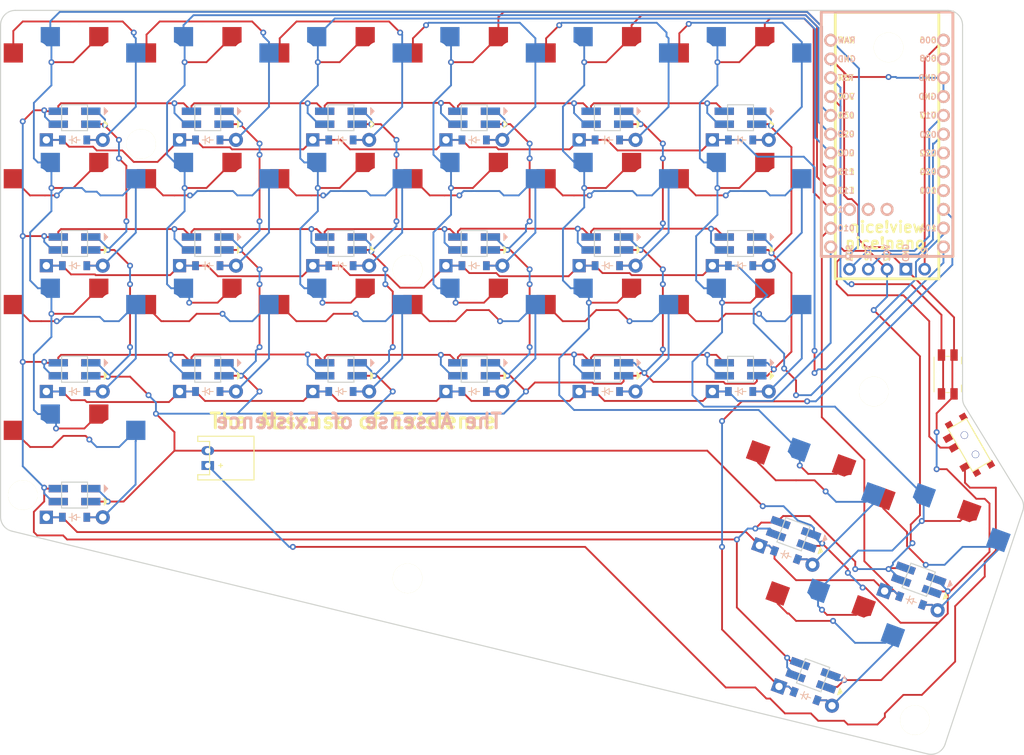
<source format=kicad_pcb>
(kicad_pcb (version 20240108) (generator "pcbnew") (generator_version "8.0")
  (title_block (title "theguy") (rev "v1.0.0") (company "Unknown"))
  (layers (0 "F.Cu" signal) (31 "B.Cu" signal) (34 "B.Paste" user) (35 "F.Paste" user) (36 "B.SilkS" user "B.Silkscreen") (37 "F.SilkS" user "F.Silkscreen") (38 "B.Mask" user) (39 "F.Mask" user) (44 "Edge.Cuts" user))
  (net 0 "")
  (net 1 "P031")
  (net 2 "hell_last")
  (net 3 "hell_bottom")
  (net 4 "hell_home")
  (net 5 "hell_top")
  (net 6 "P029")
  (net 7 "pinky_bottom")
  (net 8 "pinky_home")
  (net 9 "pinky_top")
  (net 10 "P002")
  (net 11 "ring_bottom")
  (net 12 "ring_home")
  (net 13 "ring_top")
  (net 14 "P115")
  (net 15 "middle_bottom")
  (net 16 "middle_home")
  (net 17 "middle_top")
  (net 18 "P113")
  (net 19 "index_bottom")
  (net 20 "index_home")
  (net 21 "index_top")
  (net 22 "P111")
  (net 23 "inner_bottom")
  (net 24 "inner_home")
  (net 25 "inner_top")
  (net 26 "layer_cluster")
  (net 27 "space_cluster")
  (net 28 "extra_cluster")
  (net 29 "VCC")
  (net 30 "GND")
  (net 31 "P010")
  (net 32 "P009")
  (net 33 "P106")
  (net 34 "P104")
  (net 35 "P011")
  (net 36 "RAW")
  (net 37 "RST")
  (net 38 "P006")
  (net 39 "P008")
  (net 40 "P017")
  (net 41 "P020")
  (net 42 "P022")
  (net 43 "P024")
  (net 44 "P100")
  (net 45 "P101")
  (net 46 "P102")
  (net 47 "P107")
  (net 48 "pos")
  (footprint "E73:SPDT_C128955" (layer "F.Cu") (at 221 98.2 -60)
    (property "Reference" "T1" (hide yes))
    (property "Value" "" (hide yes))
  )
  (footprint "ComboDiode" (layer "F.Cu") (at 100 57)
    (property "Reference" "D4" (hide yes))
    (property "Value" "" (hide yes))
  )
  (footprint "HOLE_M2_TH" (layer "F.Cu") (at 145 74.55)
    (property "Reference" "")
    (property "Value" "")
  )
  (footprint "WS2812B" (layer "F.Cu") (at 118 54)
    (property "Reference" "LED7" (hide yes))
    (property "Value" "" (hide yes))
    (fp_line (start -1.75 -1.75) (end -1.75 1.75) (stroke (width 0.15)) (layer "Edge.Cuts"))
    (fp_line (start -1.75 1.75) (end 1.75 1.75) (stroke (width 0.15)) (layer "Edge.Cuts"))
    (fp_line (start 1.75 -1.75) (end -1.75 -1.75) (stroke (width 0.15)) (layer "Edge.Cuts"))
    (fp_line (start 1.75 1.75) (end 1.75 -1.75) (stroke (width 0.15)) (layer "Edge.Cuts"))
  )
  (footprint "WS2812B" (layer "F.Cu") (at 118 88)
    (property "Reference" "LED5" (hide yes))
    (property "Value" "" (hide yes))
    (fp_line (start -1.75 -1.75) (end -1.75 1.75) (stroke (width 0.15)) (layer "Edge.Cuts"))
    (fp_line (start -1.75 1.75) (end 1.75 1.75) (stroke (width 0.15)) (layer "Edge.Cuts"))
    (fp_line (start 1.75 -1.75) (end -1.75 -1.75) (stroke (width 0.15)) (layer "Edge.Cuts"))
    (fp_line (start 1.75 1.75) (end 1.75 -1.75) (stroke (width 0.15)) (layer "Edge.Cuts"))
  )
  (footprint "PG1350" (layer "F.Cu") (at 100 83)
    (property "Reference" "S2" (hide yes))
    (property "Value" "" (hide yes))
  )
  (footprint "PG1350" (layer "F.Cu") (at 118 83)
    (property "Reference" "S5" (hide yes))
    (property "Value" "" (hide yes))
  )
  (footprint "ComboDiode" (layer "F.Cu") (at 190 91)
    (property "Reference" "D17" (hide yes))
    (property "Value" "" (hide yes))
  )
  (footprint "PG1350" (layer "F.Cu") (at 190 83)
    (property "Reference" "S17" (hide yes))
    (property "Value" "" (hide yes))
  )
  (footprint "ComboDiode" (layer "F.Cu") (at 136 91)
    (property "Reference" "D8" (hide yes))
    (property "Value" "" (hide yes))
  )
  (footprint "PG1350" (layer "F.Cu") (at 100 49)
    (property "Reference" "S4" (hide yes))
    (property "Value" "" (hide yes))
  )
  (footprint "ComboDiode" (layer "F.Cu") (at 198.778238 132.162543 -20)
    (property "Reference" "D22" (hide yes))
    (property "Value" "" (hide yes))
  )
  (footprint "WS2812B" (layer "F.Cu") (at 100 105)
    (property "Reference" "LED1" (hide yes))
    (property "Value" "" (hide yes))
    (fp_line (start -1.75 -1.75) (end -1.75 1.75) (stroke (width 0.15)) (layer "Edge.Cuts"))
    (fp_line (start -1.75 1.75) (end 1.75 1.75) (stroke (width 0.15)) (layer "Edge.Cuts"))
    (fp_line (start 1.75 -1.75) (end -1.75 -1.75) (stroke (width 0.15)) (layer "Edge.Cuts"))
    (fp_line (start 1.75 1.75) (end 1.75 -1.75) (stroke (width 0.15)) (layer "Edge.Cuts"))
  )
  (footprint "WS2812B" (layer "F.Cu") (at 118 71)
    (property "Reference" "LED6" (hide yes))
    (property "Value" "" (hide yes))
    (fp_line (start -1.75 -1.75) (end -1.75 1.75) (stroke (width 0.15)) (layer "Edge.Cuts"))
    (fp_line (start -1.75 1.75) (end 1.75 1.75) (stroke (width 0.15)) (layer "Edge.Cuts"))
    (fp_line (start 1.75 -1.75) (end -1.75 -1.75) (stroke (width 0.15)) (layer "Edge.Cuts"))
    (fp_line (start 1.75 1.75) (end 1.75 -1.75) (stroke (width 0.15)) (layer "Edge.Cuts"))
  )
  (footprint "Panasonic_EVQPUL_EVQPUC" (layer "F.Cu") (at 218 88.7 -90)
    (property "Reference" "B1" (hide yes))
    (property "Value" "Panasonic_EVQPUL_EVQPUC" (hide yes))
  )
  (footprint "ComboDiode" (layer "F.Cu") (at 172 74)
    (property "Reference" "D15" (hide yes))
    (property "Value" "" (hide yes))
  )
  (footprint "WS2812B" (layer "F.Cu") (at 172 54)
    (property "Reference" "LED16" (hide yes))
    (property "Value" "" (hide yes))
    (fp_line (start -1.75 -1.75) (end -1.75 1.75) (stroke (width 0.15)) (layer "Edge.Cuts"))
    (fp_line (start -1.75 1.75) (end 1.75 1.75) (stroke (width 0.15)) (layer "Edge.Cuts"))
    (fp_line (start 1.75 -1.75) (end -1.75 -1.75) (stroke (width 0.15)) (layer "Edge.Cuts"))
    (fp_line (start 1.75 1.75) (end 1.75 -1.75) (stroke (width 0.15)) (layer "Edge.Cuts"))
  )
  (footprint "PG1350" (layer "F.Cu") (at 154 83)
    (property "Reference" "S11" (hide yes))
    (property "Value" "" (hide yes))
  )
  (footprint "HOLE_M2_TH" (layer "F.Cu") (at 213.557668 135.41346 -20)
    (property "Reference" "")
    (property "Value" "")
  )
  (footprint "ComboDiode" (layer "F.Cu") (at 172 91)
    (property "Reference" "D14" (hide yes))
    (property "Value" "" (hide yes))
  )
  (footprint "PG1350" (layer "F.Cu") (at 154 49)
    (property "Reference" "S13" (hide yes))
    (property "Value" "" (hide yes))
  )
  (footprint "ComboDiode" (layer "F.Cu") (at 196.135347 113.109587 -20)
    (property "Reference" "D20" (hide yes))
    (property "Value" "" (hide yes))
  )
  (footprint "ComboDiode" (layer "F.Cu") (at 154 74)
    (property "Reference" "D12" (hide yes))
    (property "Value" "" (hide yes))
  )
  (footprint "PG1350" (layer "F.Cu") (at 172 49)
    (property "Reference" "S16" (hide yes))
    (property "Value" "" (hide yes))
  )
  (footprint "PG1350" (layer "F.Cu") (at 215.785975 111.748409 -20)
    (property "Reference" "S21" (hide yes))
    (property "Value" "" (hide yes))
  )
  (footprint "WS2812B" (layer "F.Cu") (at 190 71)
    (property "Reference" "LED18" (hide yes))
    (property "Value" "" (hide yes))
    (fp_line (start -1.75 -1.75) (end -1.75 1.75) (stroke (width 0.15)) (layer "Edge.Cuts"))
    (fp_line (start -1.75 1.75) (end 1.75 1.75) (stroke (width 0.15)) (layer "Edge.Cuts"))
    (fp_line (start 1.75 -1.75) (end -1.75 -1.75) (stroke (width 0.15)) (layer "Edge.Cuts"))
    (fp_line (start 1.75 1.75) (end 1.75 -1.75) (stroke (width 0.15)) (layer "Edge.Cuts"))
  )
  (footprint "ComboDiode" (layer "F.Cu") (at 154 57)
    (property "Reference" "D13" (hide yes))
    (property "Value" "" (hide yes))
  )
  (footprint "WS2812B" (layer "F.Cu") (at 190 54)
    (property "Reference" "LED19" (hide yes))
    (property "Value" "" (hide yes))
    (fp_line (start -1.75 -1.75) (end -1.75 1.75) (stroke (width 0.15)) (layer "Edge.Cuts"))
    (fp_line (start -1.75 1.75) (end 1.75 1.75) (stroke (width 0.15)) (layer "Edge.Cuts"))
    (fp_line (start 1.75 -1.75) (end -1.75 -1.75) (stroke (width 0.15)) (layer "Edge.Cuts"))
    (fp_line (start 1.75 1.75) (end 1.75 -1.75) (stroke (width 0.15)) (layer "Edge.Cuts"))
  )
  (footprint "PG1350" (layer "F.Cu") (at 136 83)
    (property "Reference" "S8" (hide yes))
    (property "Value" "" (hide yes))
  )
  (footprint "JST_PH_S2B-PH-K_02x2.00mm_Angled" (layer "F.Cu") (at 118 100 90)
    (property "Reference" "JST1" (hide yes))
    (property "Value" "" (hide yes))
  )
  (footprint "WS2812B" (layer "F.Cu") (at 136 88)
    (property "Reference" "LED8" (hide yes))
    (property "Value" "" (hide yes))
    (fp_line (start -1.75 -1.75) (end -1.75 1.75) (stroke (width 0.15)) (layer "Edge.Cuts"))
    (fp_line (start -1.75 1.75) (end 1.75 1.75) (stroke (width 0.15)) (layer "Edge.Cuts"))
    (fp_line (start 1.75 -1.75) (end -1.75 -1.75) (stroke (width 0.15)) (layer "Edge.Cuts"))
    (fp_line (start 1.75 1.75) (end 1.75 -1.75) (stroke (width 0.15)) (layer "Edge.Cuts"))
  )
  (footprint "ComboDiode" (layer "F.Cu") (at 190 74)
    (property "Reference" "D18" (hide yes))
    (property "Value" "" (hide yes))
  )
  (footprint "WS2812B" (layer "F.Cu") (at 214.075874 116.446872 -20)
    (property "Reference" "LED21" (hide yes))
    (property "Value" "" (hide yes))
    (fp_line (start -1.75 1.75) (end 1.75 1.75) (stroke (width 0.15)) (layer "Edge.Cuts"))
    (fp_line (start -1.75 -1.75) (end -1.75 1.75) (stroke (width 0.15)) (layer "Edge.Cuts"))
    (fp_line (start 1.75 1.75) (end 1.75 -1.75) (stroke (width 0.15)) (layer "Edge.Cuts"))
    (fp_line (start 1.75 -1.75) (end -1.75 -1.75) (stroke (width 0.15)) (layer "Edge.Cuts"))
  )
  (footprint "WS2812B" (layer "F.Cu") (at 100 54)
    (property "Reference" "LED4" (hide yes))
    (property "Value" "" (hide yes))
    (fp_line (start -1.75 -1.75) (end -1.75 1.75) (stroke (width 0.15)) (layer "Edge.Cuts"))
    (fp_line (start -1.75 1.75) (end 1.75 1.75) (stroke (width 0.15)) (layer "Edge.Cuts"))
    (fp_line (start 1.75 -1.75) (end -1.75 -1.75) (stroke (width 0.15)) (layer "Edge.Cuts"))
    (fp_line (start 1.75 1.75) (end 1.75 -1.75) (stroke (width 0.15)) (layer "Edge.Cuts"))
  )
  (footprint "ComboDiode" (layer "F.Cu") (at 100 74)
    (property "Reference" "D3" (hide yes))
    (property "Value" "" (hide yes))
  )
  (footprint "HOLE_M2_TH" (layer "F.Cu") (at 109 57.55)
    (property "Reference" "")
    (property "Value" "")
  )
  (footprint "ComboDiode" (layer "F.Cu") (at 118 74)
    (property "Reference" "D6" (hide yes))
    (property "Value" "" (hide yes))
  )
  (footprint "WS2812B" (layer "F.Cu") (at 190 88)
    (property "Reference" "LED17" (hide yes))
    (property "Value" "" (hide yes))
    (fp_line (start -1.75 -1.75) (end -1.75 1.75) (stroke (width 0.15)) (layer "Edge.Cuts"))
    (fp_line (start -1.75 1.75) (end 1.75 1.75) (stroke (width 0.15)) (layer "Edge.Cuts"))
    (fp_line (start 1.75 -1.75) (end -1.75 -1.75) (stroke (width 0.15)) (layer "Edge.Cuts"))
    (fp_line (start 1.75 1.75) (end 1.75 -1.75) (stroke (width 0.15)) (layer "Edge.Cuts"))
  )
  (footprint "WS2812B" (layer "F.Cu") (at 154 71)
    (property "Reference" "LED12" (hide yes))
    (property "Value" "" (hide yes))
    (fp_line (start -1.75 -1.75) (end -1.75 1.75) (stroke (width 0.15)) (layer "Edge.Cuts"))
    (fp_line (start -1.75 1.75) (end 1.75 1.75) (stroke (width 0.15)) (layer "Edge.Cuts"))
    (fp_line (start 1.75 -1.75) (end -1.75 -1.75) (stroke (width 0.15)) (layer "Edge.Cuts"))
    (fp_line (start 1.75 1.75) (end 1.75 -1.75) (stroke (width 0.15)) (layer "Edge.Cuts"))
  )
  (footprint "PG1350" (layer "F.Cu") (at 201.514399 124.645002 -20)
    (property "Reference" "S22" (hide yes))
    (property "Value" "" (hide yes))
  )
  (footprint "PG1350" (layer "F.Cu") (at 190 66)
    (property "Reference" "S18" (hide yes))
    (property "Value" "" (hide yes))
  )
  (footprint "HOLE_M2_TH" (layer "F.Cu") (at 208 91)
    (property "Reference" "")
    (property "Value" "")
  )
  (footprint "ComboDiode" (layer "F.Cu") (at 100 91)
    (property "Reference" "D2" (hide yes))
    (property "Value" "" (hide yes))
  )
  (footprint "PG1350" (layer "F.Cu") (at 198.871508 105.592047 -20)
    (property "Reference" "S20" (hide yes))
    (property "Value" "" (hide yes))
  )
  (footprint "PG1350" (layer "F.Cu") (at 136 66)
    (property "Reference" "S9" (hide yes))
    (property "Value" "" (hide yes))
  )
  (footprint "ComboDiode" (layer "F.Cu") (at 136 57)
    (property "Reference" "D10" (hide yes))
    (property "Value" "" (hide yes))
  )
  (footprint "HOLE_M2_TH" (layer "F.Cu") (at 145 116.25)
    (property "Reference" "")
    (property "Value" "")
  )
  (footprint "PG1350" (layer "F.Cu") (at 100 100)
    (property "Reference" "S1" (hide yes))
    (property "Value" "" (hide yes))
  )
  (footprint "HOLE_M2_TH" (layer "F.Cu") (at 93 105)
    (property "Reference" "")
    (property "Value" "")
  )
  (footprint "ComboDiode" (layer "F.Cu") (at 118 57)
    (property "Reference" "D7" (hide yes))
    (property "Value" "" (hide yes))
  )
  (footprint "PG1350" (layer "F.Cu") (at 118 49)
    (property "Reference" "S7" (hide yes))
    (property "Value" "" (hide yes))
  )
  (footprint "WS2812B" (layer "F.Cu") (at 197.161407 110.29051 -20)
    (property "Reference" "LED20" (hide yes))
    (property "Value" "" (hide yes))
    (fp_line (start -1.75 1.75) (end 1.75 1.75) (stroke (width 0.15)) (layer "Edge.Cuts"))
    (fp_line (start -1.75 -1.75) (end -1.75 1.75) (stroke (width 0.15)) (layer "Edge.Cuts"))
    (fp_line (start 1.75 1.75) (end 1.75 -1.75) (stroke (width 0.15)) (layer "Edge.Cuts"))
    (fp_line (start 1.75 -1.75) (end -1.75 -1.75) (stroke (width 0.15)) (layer "Edge.Cuts"))
  )
  (footprint "WS2812B" (layer "F.Cu") (at 154 88)
    (property "Reference" "LED11" (hide yes))
    (property "Value" "" (hide yes))
    (fp_line (start -1.75 -1.75) (end -1.75 1.75) (stroke (width 0.15)) (layer "Edge.Cuts"))
    (fp_line (start -1.75 1.75) (end 1.75 1.75) (stroke (width 0.15)) (layer "Edge.Cuts"))
    (fp_line (start 1.75 -1.75) (end -1.75 -1.75) (stroke (width 0.15)) (layer "Edge.Cuts"))
    (fp_line (start 1.75 1.75) (end 1.75 -1.75) (stroke (width 0.15)) (layer "Edge.Cuts"))
  )
  (footprint "lib:niceView_headers" (layer "F.Cu") (at 209.8 75.775 90)
    (property "Reference" "niceView1" (hide yes))
    (property "Value" "niceView" (hide yes))
  )
  (footprint "nice_nano" (layer "F.Cu") (at 209.8 57.5 -90)
    (property "Reference" "MCU1" (hide yes))
    (property "Value" "nice_nano" (hide yes))
  )
  (footprint "PG1350" (layer "F.Cu") (at 136 49)
    (property "Reference" "S10" (hide yes))
    (property "Value" "" (hide yes))
  )
  (footprint "WS2812B" (layer "F.Cu") (at 136 71)
    (property "Reference" "LED9" (hide yes))
    (property "Value" "" (hide yes))
    (fp_line (start -1.75 -1.75) (end -1.75 1.75) (stroke (width 0.15)) (layer "Edge.Cuts"))
    (fp_line (start -1.75 1.75) (end 1.75 1.75) (stroke (width 0.15)) (layer "Edge.Cuts"))
    (fp_line (start 1.75 -1.75) (end -1.75 -1.75) (stroke (width 0.15)) (layer "Edge.Cuts"))
    (fp_line (start 1.75 1.75) (end 1.75 -1.75) (stroke (width 0.15)) (layer "Edge.Cuts"))
  )
  (footprint "ComboDiode" (layer "F.Cu") (at 172 57)
    (property "Reference" "D16" (hide yes))
    (property "Value" "" (hide yes))
  )
  (footprint "WS2812B" (layer "F.Cu") (at 100 71)
    (property "Reference" "LED3" (hide yes))
    (property "Value" "" (hide yes))
    (fp_line (start -1.75 -1.75) (end -1.75 1.75) (stroke (width 0.15)) (layer "Edge.Cuts"))
    (fp_line (start -1.75 1.75) (end 1.75 1.75) (stroke (width 0.15)) (layer "Edge.Cuts"))
    (fp_line (start 1.75 -1.75) (end -1.75 -1.75) (stroke (width 0.15)) (layer "Edge.Cuts"))
    (fp_line (start 1.75 1.75) (end 1.75 -1.75) (stroke (width 0.15)) (layer "Edge.Cuts"))
  )
  (footprint "PG1350" (layer "F.Cu") (at 154 66)
    (property "Reference" "S12" (hide yes))
    (property "Value" "" (hide yes))
  )
  (footprint "WS2812B" (layer "F.Cu") (at 199.804298 129.343465 -20)
    (property "Reference" "LED22" (hide yes))
    (property "Value" "" (hide yes))
    (fp_line (start -1.75 1.75) (end 1.75 1.75) (stroke (width 0.15)) (layer "Edge.Cuts"))
    (fp_line (start -1.75 -1.75) (end -1.75 1.75) (stroke (width 0.15)) (layer "Edge.Cuts"))
    (fp_line (start 1.75 1.75) (end 1.75 -1.75) (stroke (width 0.15)) (layer "Edge.Cuts"))
    (fp_line (start 1.75 -1.75) (end -1.75 -1.75) (stroke (width 0.15)) (layer "Edge.Cuts"))
  )
  (footprint "ComboDiode" (layer "F.Cu") (at 154 91)
    (property "Reference" "D11" (hide yes))
    (property "Value" "" (hide yes))
  )
  (footprint "WS2812B" (layer "F.Cu") (at 172 88)
    (property "Reference" "LED14" (hide yes))
    (property "Value" "" (hide yes))
    (fp_line (start -1.75 -1.75) (end -1.75 1.75) (stroke (width 0.15)) (layer "Edge.Cuts"))
    (fp_line (start -1.75 1.75) (end 1.75 1.75) (stroke (width 0.15)) (layer "Edge.Cuts"))
    (fp_line (start 1.75 -1.75) (end -1.75 -1.75) (stroke (width 0.15)) (layer "Edge.Cuts"))
    (fp_line (start 1.75 1.75) (end 1.75 -1.75) (stroke (width 0.15)) (layer "Edge.Cuts"))
  )
  (footprint "PG1350" (layer "F.Cu") (at 190 49)
    (property "Reference" "S19" (hide yes))
    (property "Value" "" (hide yes))
  )
  (footprint "ComboDiode" (layer "F.Cu") (at 100 108)
    (property "Reference" "D1" (hide yes))
    (property "Value" "" (hide yes))
  )
  (footprint "PG1350" (layer "F.Cu") (at 172 83)
    (property "Reference" "S14" (hide yes))
    (property "Value" "" (hide yes))
  )
  (footprint "ComboDiode" (layer "F.Cu") (at 118 91)
    (property "Reference" "D5" (hide yes))
    (property "Value" "" (hide yes))
  )
  (footprint "WS2812B" (layer "F.Cu") (at 100 88)
    (property "Reference" "LED2" (hide yes))
    (property "Value" "" (hide yes))
    (fp_line (start -1.75 -1.75) (end -1.75 1.75) (stroke (width 0.15)) (layer "Edge.Cuts"))
    (fp_line (start -1.75 1.75) (end 1.75 1.75) (stroke (width 0.15)) (layer "Edge.Cuts"))
    (fp_line (start 1.75 -1.75) (end -1.75 -1.75) (stroke (width 0.15)) (layer "Edge.Cuts"))
    (fp_line (start 1.75 1.75) (end 1.75 -1.75) (stroke (width 0.15)) (layer "Edge.Cuts"))
  )
  (footprint "WS2812B" (layer "F.Cu") (at 172 71)
    (property "Reference" "LED15" (hide yes))
    (property "Value" "" (hide yes))
    (fp_line (start -1.75 -1.75) (end -1.75 1.75) (stroke (width 0.15)) (layer "Edge.Cuts"))
    (fp_line (start -1.75 1.75) (end 1.75 1.75) (stroke (width 0.15)) (layer "Edge.Cuts"))
    (fp_line (start 1.75 -1.75) (end -1.75 -1.75) (stroke (width 0.15)) (layer "Edge.Cuts"))
    (fp_line (start 1.75 1.75) (end 1.75 -1.75) (stroke (width 0.15)) (layer "Edge.Cuts"))
  )
  (footprint "HOLE_M2_TH" (layer "F.Cu") (at 210 44.5)
    (property "Reference" "")
    (property "Value" "")
  )
  (footprint "PG1350" (layer "F.Cu") (at 118 66)
    (property "Reference" "S6" (hide yes))
    (property "Value" "" (hide yes))
  )
  (footprint "WS2812B" (layer "F.Cu") (at 154 54)
    (property "Reference" "LED13" (hide yes))
    (property "Value" "" (hide yes))
    (fp_line (start -1.75 -1.75) (end -1.75 1.75) (stroke (width 0.15)) (layer "Edge.Cuts"))
    (fp_line (start -1.75 1.75) (end 1.75 1.75) (stroke (width 0.15)) (layer "Edge.Cuts"))
    (fp_line (start 1.75 -1.75) (end -1.75 -1.75) (stroke (width 0.15)) (layer "Edge.Cuts"))
    (fp_line (start 1.75 1.75) (end 1.75 -1.75) (stroke (width 0.15)) (layer "Edge.Cuts"))
  )
  (footprint "ComboDiode" (layer "F.Cu") (at 136 74)
    (property "Reference" "D9" (hide yes))
    (property "Value" "" (hide yes))
  )
  (footprint "PG1350" (layer "F.Cu") (at 172 66)
    (property "Reference" "S15" (hide yes))
    (property "Value" "" (hide yes))
  )
  (footprint "PG1350" (layer "F.Cu") (at 100 66)
    (property "Reference" "S3" (hide yes))
    (property "Value" "" (hide yes))
  )
  (footprint "ComboDiode" (layer "F.Cu") (at 190 57)
    (property "Reference" "D19" (hide yes))
    (property "Value" "" (hide yes))
  )
  (footprint "ComboDiode" (layer "F.Cu") (at 213.049814 119.26595 -20)
    (property "Reference" "D21" (hide yes))
    (property "Value" "" (hide yes))
  )
  (footprint "WS2812B" (layer "F.Cu") (at 136 54)
    (property "Reference" "LED10" (hide yes))
    (property "Value" "" (hide yes))
    (fp_line (start -1.75 -1.75) (end -1.75 1.75) (stroke (width 0.15)) (layer "Edge.Cuts"))
    (fp_line (start -1.75 1.75) (end 1.75 1.75) (stroke (width 0.15)) (layer "Edge.Cuts"))
    (fp_line (start 1.75 -1.75) (end -1.75 -1.75) (stroke (width 0.15)) (layer "Edge.Cuts"))
    (fp_line (start 1.75 1.75) (end 1.75 -1.75) (stroke (width 0.15)) (layer "Edge.Cuts"))
  )
  (gr_line (start 220.295343 92.981312) (end 227.944962 105.447668) (stroke (width 0.15)) (layer "Edge.Cuts"))
  (gr_arc (start 90 41.5) (mid 90.585786 40.085786) (end 92 39.5) (stroke (width 0.15)) (layer "Edge.Cuts"))
  (gr_line (start 220 41.5) (end 220 91.935298) (stroke (width 0.15)) (layer "Edge.Cuts"))
  (gr_arc (start 227.944962 105.447668) (mid 228.2272 106.265102) (end 228.137959 107.125273) (stroke (width 0.15)) (layer "Edge.Cuts"))
  (gr_line (start 92 39.5) (end 218 39.5) (stroke (width 0.15)) (layer "Edge.Cuts"))
  (gr_arc (start 218 39.5) (mid 219.414214 40.085786) (end 220 41.5) (stroke (width 0.15)) (layer "Edge.Cuts"))
  (gr_arc (start 91.527207 109.871557) (mid 90.427489 109.164046) (end 90 107.928244) (stroke (width 0.15)) (layer "Edge.Cuts"))
  (gr_line (start 228.137959 107.125273) (end 217.640501 138.665512) (stroke (width 0.15)) (layer "Edge.Cuts"))
  (gr_arc (start 220.295343 92.981311) (mid 220.075252 92.478752) (end 220 91.935298) (stroke (width 0.15)) (layer "Edge.Cuts"))
  (gr_line (start 90 107.928244) (end 90 41.5) (stroke (width 0.15)) (layer "Edge.Cuts"))
  (gr_arc (start 217.640502 138.665512) (mid 216.711202 139.78386) (end 215.270054 139.977234) (stroke (width 0.15)) (layer "Edge.Cuts"))
  (gr_line (start 215.270054 139.977234) (end 91.527207 109.871558) (stroke (width 0.15)) (layer "Edge.Cuts"))
  (gr_text "The Absense of Existence" (at 158 95 0) (layer "B.SilkS") (effects (font (size 2 2) (thickness 0.4)) (justify left mirror)))
  (gr_text "The Absense of Existence" (at 118 95 0) (layer "F.SilkS") (effects (font (size 2 2) (thickness 0.4)) (justify left)))
  (segment (start 99.825 46.5) (end 96.875 46.5) (width 0.25) (layer "F.Cu") (net 1))
  (segment (start 101.325 96) (end 97.5 96) (width 0.25) (layer "F.Cu") (net 1))
  (segment (start 103.275 94.05) (end 101.325 96) (width 0.25) (layer "F.Cu") (net 1))
  (segment (start 99.825 63.5) (end 96.875 63.5) (width 0.25) (layer "F.Cu") (net 1))
  (segment (start 103.275 77.05) (end 99.825 80.5) (width 0.25) (layer "F.Cu") (net 1))
  (segment (start 103.275 60.05) (end 99.825 63.5) (width 0.25) (layer "F.Cu") (net 1))
  (segment (start 99.825 80.5) (end 96.875 80.5) (width 0.25) (layer "F.Cu") (net 1))
  (segment (start 103.275 43.05) (end 99.825 46.5) (width 0.25) (layer "F.Cu") (net 1))
  (via (at 96.875 46.5) (size 0.8) (drill 0.4) (layers "F.Cu" "B.Cu") (net 1))
  (via (at 96.875 63.5) (size 0.8) (drill 0.4) (layers "F.Cu" "B.Cu") (net 1))
  (via (at 96.875 80.5) (size 0.8) (drill 0.4) (layers "F.Cu" "B.Cu") (net 1))
  (via (at 97.5 96) (size 0.8) (drill 0.4) (layers "F.Cu" "B.Cu") (net 1))
  (segment (start 96.875 63.5) (end 96.875 66.625) (width 0.25) (layer "B.Cu") (net 1))
  (segment (start 96.725 43.05) (end 96.725 40.975) (width 0.25) (layer "B.Cu") (net 1))
  (segment (start 96.875 46.5) (end 96.875 49.625) (width 0.25) (layer "B.Cu") (net 1))
  (segment (start 96.725 77.05) (end 96.875 77.2) (width 0.25) (layer "B.Cu") (net 1))
  (segment (start 94.5 86) (end 94.5 93.5) (width 0.25) (layer "B.Cu") (net 1))
  (segment (start 96.875 83.625) (end 94.5 86) (width 0.25) (layer "B.Cu") (net 1))
  (segment (start 200.9787 41.6787) (end 200.9787 52.4887) (width 0.25) (layer "B.Cu") (net 1))
  (segment (start 96.725 40.975) (end 98 39.7) (width 0.25) (layer "B.Cu") (net 1))
  (segment (start 94.5 59.5) (end 95.05 60.05) (width 0.25) (layer "B.Cu") (net 1))
  (segment (start 94.5 52) (end 94.5 59.5) (width 0.25) (layer "B.Cu") (net 1))
  (segment (start 98 39.7) (end 199 39.7) (width 0.25) (layer "B.Cu") (net 1))
  (segment (start 95.05 94.05) (end 96.725 94.05) (width 0.25) (layer "B.Cu") (net 1))
  (segment (start 96.875 80.5) (end 96.875 83.625) (width 0.25) (layer "B.Cu") (net 1))
  (segment (start 96.725 60.05) (end 96.875 60.2) (width 0.25) (layer "B.Cu") (net 1))
  (segment (start 97.5 96) (end 97.5 94.825) (width 0.25) (layer "B.Cu") (net 1))
  (segment (start 96.875 49.625) (end 94.5 52) (width 0.25) (layer "B.Cu") (net 1))
  (segment (start 95.05 60.05) (end 96.725 60.05) (width 0.25) (layer "B.Cu") (net 1))
  (segment (start 94 69.5) (end 94 76) (width 0.25) (layer "B.Cu") (net 1))
  (segment (start 200.9787 52.4887) (end 202.18 53.69) (width 0.25) (layer "B.Cu") (net 1))
  (segment (start 97.5 94.825) (end 96.725 94.05) (width 0.25) (layer "B.Cu") (net 1))
  (segment (start 96.875 77.2) (end 96.875 80.5) (width 0.25) (layer "B.Cu") (net 1))
  (segment (start 94 76) (end 95.05 77.05) (width 0.25) (layer "B.Cu") (net 1))
  (segment (start 96.875 43.2) (end 96.875 46.5) (width 0.25) (layer "B.Cu") (net 1))
  (segment (start 199 39.7) (end 200.9787 41.6787) (width 0.25) (layer "B.Cu") (net 1))
  (segment (start 96.875 60.2) (end 96.875 63.5) (width 0.25) (layer "B.Cu") (net 1))
  (segment (start 96.725 43.05) (end 96.875 43.2) (width 0.25) (layer "B.Cu") (net 1))
  (segment (start 96.875 66.625) (end 94 69.5) (width 0.25) (layer "B.Cu") (net 1))
  (segment (start 94.5 93.5) (end 95.05 94.05) (width 0.25) (layer "B.Cu") (net 1))
  (segment (start 95.05 77.05) (end 96.725 77.05) (width 0.25) (layer "B.Cu") (net 1))
  (segment (start 97 98.5) (end 98.5 97) (width 0.25) (layer "F.Cu") (net 2))
  (segment (start 93.5 98) (end 94 98.5) (width 0.25) (layer "F.Cu") (net 2))
  (segment (start 91.725 96.25) (end 93.475 98) (width 0.25) (layer "F.Cu") (net 2))
  (segment (start 94 98.5) (end 97 98.5) (width 0.25) (layer "F.Cu") (net 2))
  (segment (start 93.475 98) (end 93.5 98) (width 0.25) (layer "F.Cu") (net 2))
  (segment (start 98.5 97) (end 101.5 97) (width 0.25) (layer "F.Cu") (net 2))
  (segment (start 101.5 97) (end 102 97.5) (width 0.25) (layer "F.Cu") (net 2))
  (segment (start 101.65 108) (end 103.81 108) (width 0.25) (layer "F.Cu") (net 2))
  (via (at 102 97.5) (size 0.8) (drill 0.4) (layers "F.Cu" "B.Cu") (net 2))
  (segment (start 108.25 103.56) (end 103.81 108) (width 0.25) (layer "B.Cu") (net 2))
  (segment (start 101.65 108) (end 103.81 108) (width 0.25) (layer "B.Cu") (net 2))
  (segment (start 102 97.5) (end 103 98.5) (width 0.25) (layer "B.Cu") (net 2))
  (segment (start 108.25 97.75) (end 108.275 97.725) (width 0.25) (layer "B.Cu") (net 2))
  (segment (start 108.275 97.725) (end 108.275 96.25) (width 0.25) (layer "B.Cu") (net 2))
  (segment (start 108.25 97.75) (end 108.25 103.56) (width 0.25) (layer "B.Cu") (net 2))
  (segment (start 106.025 98.5) (end 108.275 96.25) (width 0.25) (layer "B.Cu") (net 2))
  (segment (start 103 98.5) (end 106.025 98.5) (width 0.25) (layer "B.Cu") (net 2))
  (segment (start 93.975 81.5) (end 95.5 81.5) (width 0.25) (layer "F.Cu") (net 3))
  (segment (start 101.65 91) (end 103.81 91) (width 0.25) (layer "F.Cu") (net 3))
  (segment (start 91.725 79.25) (end 93.975 81.5) (width 0.25) (layer "F.Cu") (net 3))
  (segment (start 95.5 81.5) (end 97.6 81.5) (width 0.25) (layer "F.Cu") (net 3))
  (via (at 97.6 81.5) (size 0.8) (drill 0.4) (layers "F.Cu" "B.Cu") (net 3))
  (segment (start 108.275 79.25) (end 108.275 86.535) (width 0.25) (layer "B.Cu") (net 3))
  (segment (start 103.4105 80.9105) (end 104 81.5) (width 0.25) (layer "B.Cu") (net 3))
  (segment (start 106 81.5) (end 108.25 79.25) (width 0.25) (layer "B.Cu") (net 3))
  (segment (start 108.25 79.25) (end 108.275 79.25) (width 0.25) (layer "B.Cu") (net 3))
  (segment (start 108.275 86.535) (end 103.81 91) (width 0.25) (layer "B.Cu") (net 3))
  (segment (start 104 81.5) (end 106 81.5) (width 0.25) (layer "B.Cu") (net 3))
  (segment (start 101.65 91) (end 103.81 91) (width 0.25) (layer "B.Cu") (net 3))
  (segment (start 98 81.5) (end 98.5895 80.9105) (width 0.25) (layer "B.Cu") (net 3))
  (segment (start 97.6 81.5) (end 98 81.5) (width 0.25) (layer "B.Cu") (net 3))
  (segment (start 98.5895 80.9105) (end 103.4105 80.9105) (width 0.25) (layer "B.Cu") (net 3))
  (segment (start 93.975 64.5) (end 94 64.5) (width 0.25) (layer "F.Cu") (net 4))
  (segment (start 101.65 74) (end 103.81 74) (width 0.25) (layer "F.Cu") (net 4))
  (segment (start 91.725 62.25) (end 93.975 64.5) (width 0.25) (layer "F.Cu") (net 4))
  (segment (start 96 64.5) (end 97.6 64.5) (width 0.25) (layer "F.Cu") (net 4))
  (segment (start 94 64.5) (end 96 64.5) (width 0.25) (layer "F.Cu") (net 4))
  (via (at 97.6 64.5) (size 0.8) (drill 0.4) (layers "F.Cu" "B.Cu") (net 4))
  (segment (start 108.275 62.725) (end 108.275 62.25) (width 0.25) (layer "B.Cu") (net 4))
  (segment (start 101.65 74) (end 103.81 74) (width 0.25) (layer "B.Cu") (net 4))
  (segment (start 98.6 63.5) (end 101 63.5) (width 0.25) (layer "B.Cu") (net 4))
  (segment (start 108.275 69.535) (end 103.81 74) (width 0.25) (layer "B.Cu") (net 4))
  (segment (start 108.275 62.25) (end 108.275 69.535) (width 0.25) (layer "B.Cu") (net 4))
  (segment (start 97.6 64.5) (end 98.6 63.5) (width 0.25) (layer "B.Cu") (net 4))
  (segment (start 101 63.5) (end 101.5 64) (width 0.25) (layer "B.Cu") (net 4))
  (segment (start 101.5 64) (end 103 64) (width 0.25) (layer "B.Cu") (net 4))
  (segment (start 103.5 64.5) (end 106.5 64.5) (width 0.25) (layer "B.Cu") (net 4))
  (segment (start 103 64) (end 103.5 64.5) (width 0.25) (layer "B.Cu") (net 4))
  (segment (start 106.5 64.5) (end 108.275 62.725) (width 0.25) (layer "B.Cu") (net 4))
  (segment (start 93 41) (end 106.5 41) (width 0.25) (layer "F.Cu") (net 5))
  (segment (start 106.5 41) (end 108 42.5) (width 0.25) (layer "F.Cu") (net 5))
  (segment (start 91.725 42.275) (end 93 41) (width 0.25) (layer "F.Cu") (net 5))
  (segment (start 91.725 45.25) (end 91.725 42.275) (width 0.25) (layer "F.Cu") (net 5))
  (segment (start 101.65 57) (end 103.81 57) (width 0.25) (layer "F.Cu") (net 5))
  (via (at 108 42.5) (size 0.8) (drill 0.4) (layers "F.Cu" "B.Cu") (net 5))
  (segment (start 108 43) (end 108.275 43.275) (width 0.25) (layer "B.Cu") (net 5))
  (segment (start 101.65 57) (end 103.81 57) (width 0.25) (layer "B.Cu") (net 5))
  (segment (start 108.275 43.275) (end 108.275 45.25) (width 0.25) (layer "B.Cu") (net 5))
  (segment (start 108 42.5) (end 108 43) (width 0.25) (layer "B.Cu") (net 5))
  (segment (start 108.275 45.25) (end 108.275 52.535) (width 0.25) (layer "B.Cu") (net 5))
  (segment (start 108.275 52.535) (end 103.81 57) (width 0.25) (layer "B.Cu") (net 5))
  (segment (start 119.325 79) (end 115.5 79) (width 0.25) (layer "F.Cu") (net 6))
  (segment (start 117.825 63.5) (end 114.875 63.5) (width 0.25) (layer "F.Cu") (net 6))
  (segment (start 117.825 46.5) (end 114.875 46.5) (width 0.25) (layer "F.Cu") (net 6))
  (segment (start 121.275 43.05) (end 117.825 46.5) (width 0.25) (layer "F.Cu") (net 6))
  (segment (start 121.275 60.05) (end 117.825 63.5) (width 0.25) (layer "F.Cu") (net 6))
  (segment (start 121.275 77.05) (end 119.325 79) (width 0.25) (layer "F.Cu") (net 6))
  (via (at 115.5 79) (size 0.8) (drill 0.4) (layers "F.Cu" "B.Cu") (net 6))
  (via (at 114.875 63.5) (size 0.8) (drill 0.4) (layers "F.Cu" "B.Cu") (net 6))
  (via (at 114.875 46.5) (size 0.8) (drill 0.4) (layers "F.Cu" "B.Cu") (net 6))
  (segment (start 114.875 49.625) (end 112.5 52) (width 0.25) (layer "B.Cu") (net 6))
  (segment (start 114.875 63.5) (end 114.875 66.625) (width 0.25) (layer "B.Cu") (net 6))
  (segment (start 113.05 77.05) (end 114.725 77.05) (width 0.25) (layer "B.Cu") (net 6))
  (segment (start 112.5 76.5) (end 113.05 77.05) (width 0.25) (layer "B.Cu") (net 6))
  (segment (start 112.5 69) (end 112.5 76.5) (width 0.25) (layer "B.Cu") (net 6))
  (segment (start 115.5 79) (end 115.5 77.825) (width 0.25) (layer "B.Cu") (net 6))
  (segment (start 112.5 59) (end 113.55 60.05) (width 0.25) (layer "B.Cu") (net 6))
  (segment (start 198.813604 40.15) (end 200.5287 41.865096) (width 0.25) (layer "B.Cu") (net 6))
  (segment (start 114.725 41.5) (end 116.075 40.15) (width 0.25) (layer "B.Cu") (net 6))
  (segment (start 114.725 43.05) (end 114.875 43.2) (width 0.25) (layer "B.Cu") (net 6))
  (segment (start 115.5 77.825) (end 114.725 77.05) (width 0.25) (layer "B.Cu") (net 6))
  (segment (start 114.725 60.05) (end 114.875 60.2) (width 0.25) (layer "B.Cu") (net 6))
  (segment (start 200.5287 41.865096) (end 200.5287 54.5787) (width 0.25) (layer "B.Cu") (net 6))
  (segment (start 114.875 66.625) (end 112.5 69) (width 0.25) (layer "B.Cu") (net 6))
  (segment (start 200.5287 54.5787) (end 202.18 56.23) (width 0.25) (layer "B.Cu") (net 6))
  (segment (start 114.875 43.2) (end 114.875 46.5) (width 0.25) (layer "B.Cu") (net 6))
  (segment (start 114.875 60.2) (end 114.875 63.5) (width 0.25) (layer "B.Cu") (net 6))
  (segment (start 113.55 60.05) (end 114.725 60.05) (width 0.25) (layer "B.Cu") (net 6))
  (segment (start 116.075 40.15) (end 198.813604 40.15) (width 0.25) (layer "B.Cu") (net 6))
  (segment (start 114.875 46.5) (end 114.875 49.625) (width 0.25) (layer "B.Cu") (net 6))
  (segment (start 112.5 52) (end 112.5 59) (width 0.25) (layer "B.Cu") (net 6))
  (segment (start 114.725 43.05) (end 114.725 41.5) (width 0.25) (layer "B.Cu") (net 6))
  (segment (start 109.725 79.25) (end 109.725 79.506884) (width 0.25) (layer "F.Cu") (net 7))
  (segment (start 116.5 80.5) (end 120 80.5) (width 0.25) (layer "F.Cu") (net 7))
  (segment (start 112 81.5) (end 115.5 81.5) (width 0.25) (layer "F.Cu") (net 7))
  (segment (start 119.65 91) (end 121.81 91) (width 0.25) (layer "F.Cu") (net 7))
  (segment (start 109.725 79.506884) (end 111.718116 81.5) (width 0.25) (layer "F.Cu") (net 7))
  (segment (start 115.5 81.5) (end 116.5 80.5) (width 0.25) (layer "F.Cu") (net 7))
  (segment (start 111.718116 81.5) (end 112 81.5) (width 0.25) (layer "F.Cu") (net 7))
  (via (at 120 80.5) (size 0.8) (drill 0.4) (layers "F.Cu" "B.Cu") (net 7))
  (segment (start 121 81.5) (end 124.025 81.5) (width 0.25) (layer "B.Cu") (net 7))
  (segment (start 126.275 86.535) (end 121.81 91) (width 0.25) (layer "B.Cu") (net 7))
  (segment (start 124.025 81.5) (end 126.275 79.25) (width 0.25) (layer "B.Cu") (net 7))
  (segment (start 120 80.5) (end 121 81.5) (width 0.25) (layer "B.Cu") (net 7))
  (segment (start 126.275 79.25) (end 126.275 86.535) (width 0.25) (layer "B.Cu") (net 7))
  (segment (start 119.65 91) (end 121.81 91) (width 0.25) (layer "B.Cu") (net 7))
  (segment (start 119.65 74) (end 121.81 74) (width 0.25) (layer "F.Cu") (net 8))
  (segment (start 113.5 64.5) (end 115.6 64.5) (width 0.25) (layer "F.Cu") (net 8))
  (segment (start 109.725 62.25) (end 111.975 64.5) (width 0.25) (layer "F.Cu") (net 8))
  (segment (start 111.975 64.5) (end 113.5 64.5) (width 0.25) (layer "F.Cu") (net 8))
  (via (at 115.6 64.5) (size 0.8) (drill 0.4) (layers "F.Cu" "B.Cu") (net 8))
  (segment (start 115.6 64.5) (end 116 64.5) (width 0.25) (layer "B.Cu") (net 8))
  (segment (start 116 64.5) (end 116.5895 63.9105) (width 0.25) (layer "B.Cu") (net 8))
  (segment (start 121.4105 63.9105) (end 122 64.5) (width 0.25) (layer "B.Cu") (net 8))
  (segment (start 126.275 69.535) (end 121.81 74) (width 0.25) (layer "B.Cu") (net 8))
  (segment (start 126.275 62.25) (end 126.275 69.535) (width 0.25) (layer "B.Cu") (net 8))
  (segment (start 122 64.5) (end 124.025 64.5) (width 0.25) (layer "B.Cu") (net 8))
  (segment (start 124.025 64.5) (end 126.275 62.25) (width 0.25) (layer "B.Cu") (net 8))
  (segment (start 119.65 74) (end 121.81 74) (width 0.25) (layer "B.Cu") (net 8))
  (segment (start 116.5895 63.9105) (end 121.4105 63.9105) (width 0.25) (layer "B.Cu") (net 8))
  (segment (start 109.725 42.775) (end 111.5 41) (width 0.25) (layer "F.Cu") (net 9))
  (segment (start 124 41) (end 125.5 42.5) (width 0.25) (layer "F.Cu") (net 9))
  (segment (start 109.725 45.25) (end 109.725 42.775) (width 0.25) (layer "F.Cu") (net 9))
  (segment (start 111.5 41) (end 124 41) (width 0.25) (layer "F.Cu") (net 9))
  (segment (start 119.65 57) (end 121.81 57) (width 0.25) (layer "F.Cu") (net 9))
  (via (at 125.5 42.5) (size 0.8) (drill 0.4) (layers "F.Cu" "B.Cu") (net 9))
  (segment (start 119.65 57) (end 121.81 57) (width 0.25) (layer "B.Cu") (net 9))
  (segment (start 126.275 43.775) (end 126.275 45.25) (width 0.25) (layer "B.Cu") (net 9))
  (segment (start 125.5 43) (end 126.275 43.775) (width 0.25) (layer "B.Cu") (net 9))
  (segment (start 126.275 52.535) (end 121.81 57) (width 0.25) (layer "B.Cu") (net 9))
  (segment (start 125.5 42.5) (end 125.5 43) (width 0.25) (layer "B.Cu") (net 9))
  (segment (start 126.275 45.25) (end 126.275 52.535) (width 0.25) (layer "B.Cu") (net 9))
  (segment (start 135.825 46.5) (end 132.875 46.5) (width 0.25) (layer "F.Cu") (net 10))
  (segment (start 137.325 79) (end 133.5 79) (width 0.25) (layer "F.Cu") (net 10))
  (segment (start 139.275 77.05) (end 137.325 79) (width 0.25) (layer "F.Cu") (net 10))
  (segment (start 135.825 63.5) (end 132.875 63.5) (width 0.25) (layer "F.Cu") (net 10))
  (segment (start 139.275 60.05) (end 135.825 63.5) (width 0.25) (layer "F.Cu") (net 10))
  (segment (start 139.275 43.05) (end 135.825 46.5) (width 0.25) (layer "F.Cu") (net 10))
  (via (at 132.875 46.5) (size 0.8) (drill 0.4) (layers "F.Cu" "B.Cu") (net 10))
  (via (at 132.875 63.5) (size 0.8) (drill 0.4) (layers "F.Cu" "B.Cu") (net 10))
  (via (at 133.5 79) (size 0.8) (drill 0.4) (layers "F.Cu" "B.Cu") (net 10))
  (segment (start 132.725 43.05) (end 132.875 43.2) (width 0.25) (layer "B.Cu") (net 10))
  (segment (start 135.175 40.6) (end 198.627208 40.6) (width 0.25) (layer "B.Cu") (net 10))
  (segment (start 132.725 60.05) (end 132.875 60.2) (width 0.25) (layer "B.Cu") (net 10))
  (segment (start 131.05 77.05) (end 132.725 77.05) (width 0.25) (layer "B.Cu") (net 10))
  (segment (start 130.5 52) (end 130.5 59.5) (width 0.25) (layer "B.Cu") (net 10))
  (segment (start 130.5 69) (end 130.5 76.5) (width 0.25) (layer "B.Cu") (net 10))
  (segment (start 130.5 59.5) (end 131.05 60.05) (width 0.25) (layer "B.Cu") (net 10))
  (segment (start 132.875 46.5) (end 132.875 49.625) (width 0.25) (layer "B.Cu") (net 10))
  (segment (start 132.725 43.05) (end 135.175 40.6) (width 0.25) (layer "B.Cu") (net 10))
  (segment (start 132.875 60.2) (end 132.875 63.5) (width 0.25) (layer "B.Cu") (net 10))
  (segment (start 132.875 63.5) (end 132.875 66.625) (width 0.25) (layer "B.Cu") (net 10))
  (segment (start 200.0787 42.051492) (end 200.0787 56.6687) (width 0.25) (layer "B.Cu") (net 10))
  (segment (start 200.0787 56.6687) (end 202.18 58.77) (width 0.25) (layer "B.Cu") (net 10))
  (segment (start 133.5 79) (end 133.5 77.825) (width 0.25) (layer "B.Cu") (net 10))
  (segment (start 130.5 76.5) (end 131.05 77.05) (width 0.25) (layer "B.Cu") (net 10))
  (segment (start 132.875 43.2) (end 132.875 46.5) (width 0.25) (layer "B.Cu") (net 10))
  (segment (start 132.875 66.625) (end 130.5 69) (width 0.25) (layer "B.Cu") (net 10))
  (segment (start 198.627208 40.6) (end 200.0787 42.051492) (width 0.25) (layer "B.Cu") (net 10))
  (segment (start 133.5 77.825) (end 132.725 77.05) (width 0.25) (layer "B.Cu") (net 10))
  (segment (start 132.875 49.625) (end 130.5 52) (width 0.25) (layer "B.Cu") (net 10))
  (segment (start 131.05 60.05) (end 132.725 60.05) (width 0.25) (layer "B.Cu") (net 10))
  (segment (start 129.975 81.5) (end 130 81.5) (width 0.25) (layer "F.Cu") (net 11))
  (segment (start 130 81.5) (end 134 81.5) (width 0.25) (layer "F.Cu") (net 11))
  (segment (start 134 81.5) (end 135 80.5) (width 0.25) (layer "F.Cu") (net 11))
  (segment (start 127.725 79.25) (end 129.975 81.5) (width 0.25) (layer "F.Cu") (net 11))
  (segment (start 137.65 91) (end 139.81 91) (width 0.25) (layer "F.Cu") (net 11))
  (segment (start 135 80.5) (end 138 80.5) (width 0.25) (layer "F.Cu") (net 11))
  (via (at 138 80.5) (size 0.8) (drill 0.4) (layers "F.Cu" "B.Cu") (net 11))
  (segment (start 144.275 86.535) (end 139.81 91) (width 0.25) (layer "B.Cu") (net 11))
  (segment (start 142.025 81.5) (end 144.275 79.25) (width 0.25) (layer "B.Cu") (net 11))
  (segment (start 138 80.5) (end 139 81.5) (width 0.25) (layer "B.Cu") (net 11))
  (segment (start 144.275 79.25) (end 144.275 86.535) (width 0.25) (layer "B.Cu") (net 11))
  (segment (start 139 81.5) (end 142.025 81.5) (width 0.25) (layer "B.Cu") (net 11))
  (segment (start 137.65 91) (end 139.81 91) (width 0.25) (layer "B.Cu") (net 11))
  (segment (start 132 64.5) (end 133.6 64.5) (width 0.25) (layer "F.Cu") (net 12))
  (segment (start 129.975 64.5) (end 132 64.5) (width 0.25) (layer "F.Cu") (net 12))
  (segment (start 137.65 74) (end 139.81 74) (width 0.25) (layer "F.Cu") (net 12))
  (segment (start 127.725 62.25) (end 129.975 64.5) (width 0.25) (layer "F.Cu") (net 12))
  (via (at 133.6 64.5) (size 0.8) (drill 0.4) (layers "F.Cu" "B.Cu") (net 12))
  (segment (start 140 64.5) (end 142 64.5) (width 0.25) (layer "B.Cu") (net 12))
  (segment (start 134.5895 63.9105) (end 139.4105 63.9105) (width 0.25) (layer "B.Cu") (net 12))
  (segment (start 133.6 64.5) (end 134 64.5) (width 0.25) (layer "B.Cu") (net 12))
  (segment (start 144.275 62.25) (end 144.275 69.535) (width 0.25) (layer "B.Cu") (net 12))
  (segment (start 137.65 74) (end 139.81 74) (width 0.25) (layer "B.Cu") (net 12))
  (segment (start 144.25 62.25) (end 144.275 62.25) (width 0.25) (layer "B.Cu") (net 12))
  (segment (start 144.275 69.535) (end 139.81 74) (width 0.25) (layer "B.Cu") (net 12))
  (segment (start 139.4105 63.9105) (end 140 64.5) (width 0.25) (layer "B.Cu") (net 12))
  (segment (start 134 64.5) (end 134.5895 63.9105) (width 0.25) (layer "B.Cu") (net 12))
  (segment (start 142 64.5) (end 144.25 62.25) (width 0.25) (layer "B.Cu") (net 12))
  (segment (start 130 41) (end 142.5 41) (width 0.25) (layer "F.Cu") (net 13))
  (segment (start 127.725 45.25) (end 127.725 43.275) (width 0.25) (layer "F.Cu") (net 13))
  (segment (start 142.5 41) (end 144 42.5) (width 0.25) (layer "F.Cu") (net 13))
  (segment (start 127.725 43.275) (end 130 41) (width 0.25) (layer "F.Cu") (net 13))
  (segment (start 137.65 57) (end 139.81 57) (width 0.25) (layer "F.Cu") (net 13))
  (via (at 144 42.5) (size 0.8) (drill 0.4) (layers "F.Cu" "B.Cu") (net 13))
  (segment (start 144.275 45.25) (end 144.275 52.535) (width 0.25) (layer "B.Cu") (net 13))
  (segment (start 144.275 52.535) (end 139.81 57) (width 0.25) (layer "B.Cu") (net 13))
  (segment (start 144 42.5) (end 144.275 42.775) (width 0.25) (layer "B.Cu") (net 13))
  (segment (start 144.275 42.775) (end 144.275 45.25) (width 0.25) (layer "B.Cu") (net 13))
  (segment (start 137.65 57) (end 139.81 57) (width 0.25) (layer "B.Cu") (net 13))
  (segment (start 158 39.7) (end 199 39.7) (width 0.25) (layer "F.Cu") (net 14))
  (segment (start 200.9787 60.1087) (end 202.18 61.31) (width 0.25) (layer "F.Cu") (net 14))
  (segment (start 199 39.7) (end 201 41.7) (width 0.25) (layer "F.Cu") (net 14))
  (segment (start 157.275 40.425) (end 158 39.7) (width 0.25) (layer "F.Cu") (net 14))
  (segment (start 157.275 43.05) (end 157.275 40.425) (width 0.25) (layer "F.Cu") (net 14))
  (segment (start 157.275 60.05) (end 153.825 63.5) (width 0.25) (layer "F.Cu") (net 14))
  (segment (start 201 43) (end 200.9787 43.0213) (width 0.25) (layer "F.Cu") (net 14))
  (segment (start 200.9787 43.0213) (end 200.9787 60.1087) (width 0.25) (layer "F.Cu") (net 14))
  (segment (start 153.825 46.5) (end 150.875 46.5) (width 0.25) (layer "F.Cu") (net 14))
  (segment (start 155.325 79) (end 151.5 79) (width 0.25) (layer "F.Cu") (net 14))
  (segment (start 157.275 77.05) (end 155.325 79) (width 0.25) (layer "F.Cu") (net 14))
  (segment (start 153.825 63.5) (end 150.875 63.5) (width 0.25) (layer "F.Cu") (net 14))
  (segment (start 157.275 43.05) (end 153.825 46.5) (width 0.25) (layer "F.Cu") (net 14))
  (segment (start 201 41.7) (end 201 43) (width 0.25) (layer "F.Cu") (net 14))
  (via (at 150.875 63.5) (size 0.8) (drill 0.4) (layers "F.Cu" "B.Cu") (net 14))
  (via (at 150.875 46.5) (size 0.8) (drill 0.4) (layers "F.Cu" "B.Cu") (net 14))
  (via (at 151.5 79) (size 0.8) (drill 0.4) (layers "F.Cu" "B.Cu") (net 14))
  (segment (start 149.05 77.05) (end 150.725 77.05) (width 0.25) (layer "B.Cu") (net 14))
  (segment (start 150.725 60.05) (end 150.875 60.2) (width 0.25) (layer "B.Cu") (net 14))
  (segment (start 148.5 52) (end 148.5 59) (width 0.25) (layer "B.Cu") (net 14))
  (segment (start 149.55 60.05) (end 150.725 60.05) (width 0.25) (layer "B.Cu") (net 14))
  (segment (start 150.875 43.2) (end 150.875 46.5) (width 0.25) (layer "B.Cu") (net 14))
  (segment (start 150.875 60.2) (end 150.875 63.5) (width 0.25) (layer "B.Cu") (net 14))
  (segment (start 150.875 63.5) (end 150.875 67.125) (width 0.25) (layer "B.Cu") (net 14))
  (segment (start 151.5 77.825) (end 150.725 77.05) (width 0.25) (layer "B.Cu") (net 14))
  (segment (start 151.5 79) (end 151.5 77.825) (width 0.25) (layer "B.Cu") (net 14))
  (segment (start 148.5 76.5) (end 149.05 77.05) (width 0.25) (layer "B.Cu") (net 14))
  (segment (start 148.5 59) (end 149.55 60.05) (width 0.25) (layer "B.Cu") (net 14))
  (segment (start 150.875 46.5) (end 150.875 49.625) (width 0.25) (layer "B.Cu") (net 14))
  (segment (start 150.875 67.125) (end 148.5 69.5) (width 0.25) (layer "B.Cu") (net 14))
  (segment (start 148.5 69.5) (end 148.5 76.5) (width 0.25) (layer "B.Cu") (net 14))
  (segment (start 150.725 43.05) (end 150.875 43.2) (width 0.25) (layer "B.Cu") (net 14))
  (segment (start 150.875 49.625) (end 148.5 52) (width 0.25) (layer "B.Cu") (net 14))
  (segment (start 155.65 91) (end 157.81 91) (width 0.25) (layer "F.Cu") (net 15))
  (segment (start 150.5 81.5) (end 151.5 81.5) (width 0.25) (layer "F.Cu") (net 15))
  (segment (start 156 80) (end 157.5 81.5) (width 0.25) (layer "F.Cu") (net 15))
  (segment (start 145.725 79.25) (end 147.975 81.5) (width 0.25) (layer "F.Cu") (net 15))
  (segment (start 151.5 81.5) (end 153 80) (width 0.25) (layer "F.Cu") (net 15))
  (segment (start 153 80) (end 156 80) (width 0.25) (layer "F.Cu") (net 15))
  (segment (start 147.975 81.5) (end 150.5 81.5) (width 0.25) (layer "F.Cu") (net 15))
  (via (at 157.5 81.5) (size 0.8) (drill 0.4) (layers "F.Cu" "B.Cu") (net 15))
  (segment (start 160.025 81.5) (end 162.275 79.25) (width 0.25) (layer "B.Cu") (net 15))
  (segment (start 162.275 79.25) (end 162.275 86.535) (width 0.25) (layer "B.Cu") (net 15))
  (segment (start 162.275 86.535) (end 157.81 91) (width 0.25) (layer "B.Cu") (net 15))
  (segment (start 155.65 91) (end 157.81 91) (width 0.25) (layer "B.Cu") (net 15))
  (segment (start 157.5 81.5) (end 160.025 81.5) (width 0.25) (layer "B.Cu") (net 15))
  (segment (start 150 64.5) (end 152 64.5) (width 0.25) (layer "F.Cu") (net 16))
  (segment (start 157.81 74) (end 155.65 74) (width 0.25) (layer "F.Cu") (net 16))
  (segment (start 148 64.5) (end 150 64.5) (width 0.25) (layer "F.Cu") (net 16))
  (segment (start 145.75 62.25) (end 148 64.5) (width 0.25) (layer "F.Cu") (net 16))
  (segment (start 145.725 62.25) (end 145.75 62.25) (width 0.25) (layer "F.Cu") (net 16))
  (via (at 152 64.5) (size 0.8) (drill 0.4) (layers "F.Cu" "B.Cu") (net 16))
  (segment (start 160.025 64.5) (end 162.275 62.25) (width 0.25) (layer "B.Cu") (net 16))
  (segment (start 152 64.5) (end 152.5895 63.9105) (width 0.25) (layer "B.Cu") (net 16))
  (segment (start 158 64.5) (end 160.025 64.5) (width 0.25) (layer "B.Cu") (net 16))
  (segment (start 162.275 62.25) (end 162.275 69.535) (width 0.25) (layer "B.Cu") (net 16))
  (segment (start 157.4105 63.9105) (end 158 64.5) (width 0.25) (layer "B.Cu") (net 16))
  (segment (start 157.81 74) (end 155.65 74) (width 0.25) (layer "B.Cu") (net 16))
  (segment (start 162.275 69.535) (end 157.81 74) (width 0.25) (layer "B.Cu") (net 16))
  (segment (start 152.5895 63.9105) (end 157.4105 63.9105) (width 0.25) (layer "B.Cu") (net 16))
  (segment (start 155.65 57) (end 157.81 57) (width 0.25) (layer "F.Cu") (net 17))
  (segment (start 145.725 43.275) (end 147.5 41.5) (width 0.25) (layer "F.Cu") (net 17))
  (segment (start 145.725 45.25) (end 145.725 43.275) (width 0.25) (layer "F.Cu") (net 17))
  (via (at 147.5 41.5) (size 0.8) (drill 0.4) (layers "F.Cu" "B.Cu") (net 17))
  (segment (start 147.5 41.5) (end 147.825 41.175) (width 0.25) (layer "B.Cu") (net 17))
  (segment (start 162.275 52.535) (end 157.81 57) (width 0.25) (layer "B.Cu") (net 17))
  (segment (start 162.275 45.25) (end 162.275 52.535) (width 0.25) (layer "B.Cu") (net 17))
  (segment (start 155.65 57) (end 157.81 57) (width 0.25) (layer "B.Cu") (net 17))
  (segment (start 162.275 43.275) (end 162.275 45.25) (width 0.25) (layer "B.Cu") (net 17))
  (segment (start 160.175 41.175) (end 162.275 43.275) (width 0.25) (layer "B.Cu") (net 17))
  (segment (start 147.825 41.175) (end 160.175 41.175) (width 0.25) (layer "B.Cu") (net 17))
  (segment (start 175.275 43.05) (end 171.825 46.5) (width 0.25) (layer "F.Cu") (net 18))
  (segment (start 171.825 63.5) (end 168.875 63.5) (width 0.25) (layer "F.Cu") (net 18))
  (segment (start 199.13526 102.13526) (end 198 101) (width 0.25) (layer "F.Cu") (net 18))
  (segment (start 171.825 46.5) (end 168.875 46.5) (width 0.25) (layer "F.Cu") (net 18))
  (segment (start 203.984021 101.120992) (end 202.969753 102.13526) (width 0.25) (layer "F.Cu") (net 18))
  (segment (start 173.325 79) (end 169.5 79) (width 0.25) (layer "F.Cu") (net 18))
  (segment (start 175.275 77.05) (end 173.325 79) (width 0.25) (layer "F.Cu") (net 18))
  (segment (start 175.275 41.5) (end 176.625 40.15) (width 0.25) (layer "F.Cu") (net 18))
  (segment (start 198.813604 40.15) (end 200.331802 41.668198) (width 0.25) (layer "F.Cu") (net 18))
  (segment (start 200.331802 41.668198) (end 200.331802 62.001802) (width 0.25) (layer "F.Cu") (net 18))
  (segment (start 176.625 40.15) (end 198.813604 40.15) (width 0.25) (layer "F.Cu") (net 18))
  (segment (start 202.969753 102.13526) (end 199.13526 102.13526) (width 0.25) (layer "F.Cu") (net 18))
  (segment (start 200.331802 62.001802) (end 202.18 63.85) (width 0.25) (layer "F.Cu") (net 18))
  (segment (start 175.275 43.05) (end 175.275 41.5) (width 0.25) (layer "F.Cu") (net 18))
  (segment (start 175.275 60.05) (end 171.825 63.5) (width 0.25) (layer "F.Cu") (net 18))
  (via (at 198 101) (size 0.8) (drill 0.4) (layers "F.Cu" "B.Cu") (net 18))
  (via (at 168.875 63.5) (size 0.8) (drill 0.4) (layers "F.Cu" "B.Cu") (net 18))
  (via (at 169.5 79) (size 0.8) (drill 0.4) (layers "F.Cu" "B.Cu") (net 18))
  (via (at 168.875 46.5) (size 0.8) (drill 0.4) (layers "F.Cu" "B.Cu") (net 18))
  (segment (start 168.875 66.125) (end 166 69) (width 0.25) (layer "B.Cu") (net 18))
  (segment (start 166 76) (end 167.05 77.05) (width 0.25) (layer "B.Cu") (net 18))
  (segment (start 166 58.5) (end 167.55 60.05) (width 0.25) (layer "B.Cu") (net 18))
  (segment (start 165.5 91.5) (end 165.5 86.5) (width 0.25) (layer "B.Cu") (net 18))
  (segment (start 167.5 93.5) (end 165.5 91.5) (width 0.25) (layer "B.Cu") (net 18))
  (segment (start 168.725 43.05) (end 168.875 43.2) (width 0.25) (layer "B.Cu") (net 18))
  (segment (start 192.448275 93.5) (end 167.5 93.5) (width 0.25) (layer "B.Cu") (net 18))
  (segment (start 168.725 60.05) (end 168.875 60.2) (width 0.25) (layer "B.Cu") (net 18))
  (segment (start 198 99.051725) (end 197.829035 98.88076) (width 0.25) (layer "B.Cu") (net 18))
  (segment (start 168.875 43.2) (end 168.875 46.5) (width 0.25) (layer "B.Cu") (net 18))
  (segment (start 198 101) (end 198 99.051725) (width 0.25) (layer "B.Cu") (net 18))
  (segment (start 168.875 49.625) (end 166 52.5) (width 0.25) (layer "B.Cu") (net 18))
  (segment (start 166 69) (end 166 76) (width 0.25) (layer "B.Cu") (net 18))
  (segment (start 167.05 77.05) (end 168.725 77.05) (width 0.25) (layer "B.Cu") (net 18))
  (segment (start 169.5 77.825) (end 168.725 77.05) (width 0.25) (layer "B.Cu") (net 18))
  (segment (start 168.875 60.2) (end 168.875 63.5) (width 0.25) (layer "B.Cu") (net 18))
  (segment (start 165.5 86.5) (end 169.5 82.5) (width 0.25) (layer "B.Cu") (net 18))
  (segment (start 166 52.5) (end 166 58.5) (width 0.25) (layer "B.Cu") (net 18))
  (segment (start 168.875 63.5) (end 168.875 66.125) (width 0.25) (layer "B.Cu") (net 18))
  (segment (start 167.55 60.05) (end 168.725 60.05) (width 0.25) (layer "B.Cu") (net 18))
  (segment (start 169.5 79) (end 169.5 77.825) (width 0.25) (layer "B.Cu") (net 18))
  (segment (start 168.875 46.5) (end 168.875 49.625) (width 0.25) (layer "B.Cu") (net 18))
  (segment (start 169.5 82.5) (end 169.5 79) (width 0.25) (layer "B.Cu") (net 18))
  (segment (start 197.829035 98.88076) (end 192.448275 93.5) (width 0.25) (layer "B.Cu") (net 18))
  (segment (start 173.5 80) (end 175 81.5) (width 0.25) (layer "F.Cu") (net 19))
  (segment (start 163.725 79.25) (end 165.975 81.5) (width 0.25) (layer "F.Cu") (net 19))
  (segment (start 173.65 91) (end 175.81 91) (width 0.25) (layer "F.Cu") (net 19))
  (segment (start 169 81.5) (end 170.5 80) (width 0.25) (layer "F.Cu") (net 19))
  (segment (start 170.5 80) (end 173.5 80) (width 0.25) (layer "F.Cu") (net 19))
  (segment (start 165.975 81.5) (end 169 81.5) (width 0.25) (layer "F.Cu") (net 19))
  (via (at 175 81.5) (size 0.8) (drill 0.4) (layers "F.Cu" "B.Cu") (net 19))
  (segment (start 180.275 79.25) (end 180.275 86.535) (width 0.25) (layer "B.Cu") (net 19))
  (segment (start 180.275 86.535) (end 175.81 91) (width 0.25) (layer "B.Cu") (net 19))
  (segment (start 178.025 81.5) (end 180.275 79.25) (width 0.25) (layer "B.Cu") (net 19))
  (segment (start 175.81 91) (end 173.65 91) (width 0.25) (layer "B.Cu") (net 19))
  (segment (start 175 81.5) (end 178.025 81.5) (width 0.25) (layer "B.Cu") (net 19))
  (segment (start 163.725 62.25) (end 165.975 64.5) (width 0.25) (layer "F.Cu") (net 20))
  (segment (start 175.81 74) (end 173.65 74) (width 0.25) (layer "F.Cu") (net 20))
  (segment (start 167.5 64.5) (end 169.6 64.5) (width 0.25) (layer "F.Cu") (net 20))
  (segment (start 166 64.5) (end 167.5 64.5) (width 0.25) (layer "F.Cu") (net 20))
  (segment (start 165.975 64.5) (end 166 64.5) (width 0.25) (layer "F.Cu") (net 20))
  (via (at 169.6 64.5) (size 0.8) (drill 0.4) (layers "F.Cu" "B.Cu") (net 20))
  (segment (start 169.6 64.5) (end 170.1895 63.9105) (width 0.25) (layer "B.Cu") (net 20))
  (segment (start 176 64.5) (end 178.025 64.5) (width 0.25) (layer "B.Cu") (net 20))
  (segment (start 175.81 74) (end 173.65 74) (width 0.25) (layer "B.Cu") (net 20))
  (segment (start 175.4105 63.9105) (end 176 64.5) (width 0.25) (layer "B.Cu") (net 20))
  (segment (start 180.275 69.535) (end 175.81 74) (width 0.25) (layer "B.Cu") (net 20))
  (segment (start 180.275 62.25) (end 180.275 69.535) (width 0.25) (layer "B.Cu") (net 20))
  (segment (start 170.1895 63.9105) (end 175.4105 63.9105) (width 0.25) (layer "B.Cu") (net 20))
  (segment (start 178.025 64.5) (end 180.275 62.25) (width 0.25) (layer "B.Cu") (net 20))
  (segment (start 163.725 45.25) (end 163.725 43.275) (width 0.25) (layer "F.Cu") (net 21))
  (segment (start 163.725 43.275) (end 165.5 41.5) (width 0.25) (layer "F.Cu") (net 21))
  (segment (start 173.65 57) (end 175.81 57) (width 0.25) (layer "F.Cu") (net 21))
  (via (at 165.5 41.5) (size 0.8) (drill 0.4) (layers "F.Cu" "B.Cu") (net 21))
  (segment (start 180 43) (end 180.275 43.275) (width 0.25) (layer "B.Cu") (net 21))
  (segment (start 180 42.5) (end 180 43) (width 0.25) (layer "B.Cu") (net 21))
  (segment (start 173.65 57) (end 175.81 57) (width 0.25) (layer "B.Cu") (net 21))
  (segment (start 180.275 45.25) (end 180.275 52.535) (width 0.25) (layer "B.Cu") (net 21))
  (segment (start 165.825 41.175) (end 178.675 41.175) (width 0.25) (layer "B.Cu") (net 21))
  (segment (start 180.275 43.275) (end 180.275 45.25) (width 0.25) (layer "B.Cu") (net 21))
  (segment (start 178.675 41.175) (end 180 42.5) (width 0.25) (layer "B.Cu") (net 21))
  (segment (start 165.5 41.5) (end 165.825 41.175) (width 0.25) (layer "B.Cu") (net 21))
  (segment (start 180.275 52.535) (end 175.81 57) (width 0.25) (layer "B.Cu") (net 21))
  (segment (start 198.6 40.6) (end 199.881802 41.881802) (width 0.25) (layer "F.Cu") (net 22))
  (segment (start 199.881802 41.881802) (end 199.881802 64.091802) (width 0.25) (layer "F.Cu") (net 22))
  (segment (start 206.626912 120.173947) (end 205.612644 121.188215) (width 0.25) (layer "F.Cu") (net 22))
  (segment (start 193.275 43.05) (end 189.825 46.5) (width 0.25) (layer "F.Cu") (net 22))
  (segment (start 220.898488 107.277354) (end 219.675842 108.5) (width 0.25) (layer "F.Cu") (net 22))
  (segment (start 193.275 43.05) (end 193.275 41.325) (width 0.25) (layer "F.Cu") (net 22))
  (segment (start 193.275 41.325) (end 194 40.6) (width 0.25) (layer "F.Cu") (net 22))
  (segment (start 189.825 46.5) (end 186.875 46.5) (width 0.25) (layer "F.Cu") (net 22))
  (segment (start 191.325 79) (end 187.5 79) (width 0.25) (layer "F.Cu") (net 22))
  (segment (start 201.688215 121.188215) (end 201 120.5) (width 0.25) (layer "F.Cu") (net 22))
  (segment (start 219.675842 108.5) (end 214.5 108.5) (width 0.25) (layer "F.Cu") (net 22))
  (segment (start 193.275 77.05) (end 191.325 79) (width 0.25) (layer "F.Cu") (net 22))
  (segment (start 193.275 60.05) (end 189.825 63.5) (width 0.25) (layer "F.Cu") (net 22))
  (segment (start 194 40.6) (end 198.6 40.6) (width 0.25) (layer "F.Cu") (net 22))
  (segment (start 189.825 63.5) (end 186.875 63.5) (width 0.25) (layer "F.Cu") (net 22))
  (segment (start 205.612644 121.188215) (end 201.688215 121.188215) (width 0.25) (layer "F.Cu") (net 22))
  (segment (start 199.881802 64.091802) (end 202.18 66.39) (width 0.25) (layer "F.Cu") (net 22))
  (via (at 201 120.5) (size 0.8) (drill 0.4) (layers "F.Cu" "B.Cu") (net 22))
  (via (at 186.875 63.5) (size 0.8) (drill 0.4) (layers "F.Cu" "B.Cu") (net 22))
  (via (at 186.875 46.5) (size 0.8) (drill 0.4) (layers "F.Cu" "B.Cu") (net 22))
  (via (at 214.5 108.5) (size 0.8) (drill 0.4) (layers "F.Cu" "B.Cu") (net 22))
  (via (at 187.5 79) (size 0.8) (drill 0.4) (layers "F.Cu" "B.Cu") (net 22))
  (segment (start 214.743502 108.256498) (end 214.5 108.5) (width 0.25) (layer "B.Cu") (net 22))
  (segment (start 186.725 60.05) (end 186.875 60.2) (width 0.25) (layer "B.Cu") (net 22))
  (segment (start 214.5 108.5) (end 210.5 112.5) (width 0.25) (layer "B.Cu") (net 22))
  (segment (start 184.5 52) (end 184.5 59.5) (width 0.25) (layer "B.Cu") (net 22))
  (segment (start 214.743502 105.037122) (end 214.743502 108.256498) (width 0.25) (layer "B.Cu") (net 22))
  (segment (start 185.05 77.05) (end 186.725 77.05) (width 0.25) (layer "B.Cu") (net 22))
  (segment (start 184 70) (end 184 76) (width 0.25) (layer "B.Cu") (net 22))
  (segment (start 186.875 67.125) (end 184 70) (width 0.25) (layer "B.Cu") (net 22))
  (segment (start 201 120.5) (end 200.471926 119.971926) (width 0.25) (layer "B.Cu") (net 22))
  (segment (start 186.875 49.625) (end 184.5 52) (width 0.25) (layer "B.Cu") (net 22))
  (segment (start 185.05 60.05) (end 186.725 60.05) (width 0.25) (layer "B.Cu") (net 22))
  (segment (start 210.5 112.5) (end 205.905641 112.5) (width 0.25) (layer "B.Cu") (net 22))
  (segment (start 183.5 91.5) (end 183.5 87) (width 0.25) (layer "B.Cu") (net 22))
  (segment (start 186.875 63.5) (end 186.875 67.125) (width 0.25) (layer "B.Cu") (net 22))
  (segment (start 200.471926 119.971926) (end 200.471926 117.933715) (width 0.25) (layer "B.Cu") (net 22))
  (segment (start 202.75638 93.05) (end 185.05 93.05) (width 0.25) (layer "B.Cu") (net 22))
  (segment (start 186.875 43.2) (end 186.875 46.5) (width 0.25) (layer "B.Cu") (net 22))
  (segment (start 187.5 79) (end 187.5 77.825) (width 0.25) (layer "B.Cu") (net 22))
  (segment (start 185.05 93.05) (end 183.5 91.5) (width 0.25) (layer "B.Cu") (net 22))
  (segment (start 184 76) (end 185.05 77.05) (width 0.25) (layer "B.Cu") (net 22))
  (segment (start 184.5 59.5) (end 185.05 60.05) (width 0.25) (layer "B.Cu") (net 22))
  (segment (start 187.5 83) (end 187.5 79) (width 0.25) (layer "B.Cu") (net 22))
  (segment (start 205.905641 112.5) (end 200.471926 117.933715) (width 0.25) (layer "B.Cu") (net 22))
  (segment (start 214.743502 105.037122) (end 202.75638 93.05) (width 0.25) (layer "B.Cu") (net 22))
  (segment (start 186.875 60.2) (end 186.875 63.5) (width 0.25) (layer "B.Cu") (net 22))
  (segment (start 186.725 43.05) (end 186.875 43.2) (width 0.25) (layer "B.Cu") (net 22))
  (segment (start 187.5 77.825) (end 186.725 77.05) (width 0.25) (layer "B.Cu") (net 22))
  (segment (start 186.875 46.5) (end 186.875 49.625) (width 0.25) (layer "B.Cu") (net 22))
  (segment (start 183.5 87) (end 187.5 83) (width 0.25) (layer "B.Cu") (net 22))
  (segment (start 193.81 91) (end 191.65 91) (width 0.25) (layer "F.Cu") (net 23))
  (segment (start 183.975 81.5) (end 187 81.5) (width 0.25) (layer "F.Cu") (net 23))
  (segment (start 181.725 79.25) (end 183.975 81.5) (width 0.25) (layer "F.Cu") (net 23))
  (segment (start 187 81.5) (end 188 80.5) (width 0.25) (layer "F.Cu") (net 23))
  (segment (start 188 80.5) (end 192.5 80.5) (width 0.25) (layer "F.Cu") (net 23))
  (via (at 192.5 80.5) (size 0.8) (drill 0.4) (layers "F.Cu" "B.Cu") (net 23))
  (segment (start 193.81 91) (end 191.65 91) (width 0.25) (layer "B.Cu") (net 23))
  (segment (start 193.5 81.5) (end 196.025 81.5) (width 0.25) (layer "B.Cu") (net 23))
  (segment (start 198.275 86.535) (end 193.81 91) (width 0.25) (layer "B.Cu") (net 23))
  (segment (start 198.275 79.25) (end 198.275 86.535) (width 0.25) (layer "B.Cu") (net 23))
  (segment (start 192.5 80.5) (end 193.5 81.5) (width 0.25) (layer "B.Cu") (net 23))
  (segment (start 196.025 81.5) (end 198.275 79.25) (width 0.25) (layer "B.Cu") (net 23))
  (segment (start 181.725 62.25) (end 183.975 64.5) (width 0.25) (layer "F.Cu") (net 24))
  (segment (start 183.975 64.5) (end 186 64.5) (width 0.25) (layer "F.Cu") (net 24))
  (segment (start 186 64.5) (end 188 64.5) (width 0.25) (layer "F.Cu") (net 24))
  (segment (start 193.81 74) (end 191.65 74) (width 0.25) (layer "F.Cu") (net 24))
  (via (at 188 64.5) (size 0.8) (drill 0.4) (layers "F.Cu" "B.Cu") (net 24))
  (segment (start 188 64.5) (end 188.5895 63.9105) (width 0.25) (layer "B.Cu") (net 24))
  (segment (start 198.275 62.25) (end 198.275 69.535) (width 0.25) (layer "B.Cu") (net 24))
  (segment (start 194 64.5) (end 196.025 64.5) (width 0.25) (layer "B.Cu") (net 24))
  (segment (start 188.5895 63.9105) (end 193.4105 63.9105) (width 0.25) (layer "B.Cu") (net 24))
  (segment (start 193.4105 63.9105) (end 194 64.5) (width 0.25) (layer "B.Cu") (net 24))
  (segment (start 198.275 69.535) (end 193.81 74) (width 0.25) (layer "B.Cu") (net 24))
  (segment (start 196.025 64.5) (end 198.275 62.25) (width 0.25) (layer "B.Cu") (net 24))
  (segment (start 191.65 74) (end 193.81 74) (width 0.25) (layer "B.Cu") (net 24))
  (segment (start 191.65 57) (end 193.81 57) (width 0.25) (layer "F.Cu") (net 25))
  (segment (start 181.725 45.25) (end 181.725 42.6) (width 0.25) (layer "F.Cu") (net 25))
  (segment (start 181.725 42.6) (end 183 41.325) (width 0.25) (layer "F.Cu") (net 25))
  (via (at 183 41.325) (size 0.8) (drill 0.4) (layers "F.Cu" "B.Cu") (net 25))
  (segment (start 198.275 43.775) (end 198.275 45.25) (width 0.25) (layer "B.Cu") (net 25))
  (segment (start 198.275 52.535) (end 193.81 57) (width 0.25) (layer "B.Cu") (net 25))
  (segment (start 198.275 45.25) (end 198.275 52.535) (width 0.25) (layer "B.Cu") (net 25))
  (segment (start 191.65 57) (end 193.81 57) (width 0.25) (layer "B.Cu") (net 25))
  (segment (start 183.15 41.175) (end 195.675 41.175) (width 0.25) (layer "B.Cu") (net 25))
  (segment (start 195.675 41.175) (end 198.275 43.775) (width 0.25) (layer "B.Cu") (net 25))
  (segment (start 183 41.325) (end 183.15 41.175) (width 0.25) (layer "B.Cu") (net 25))
  (segment (start 197.68584 113.67392) (end 198.976812 113.67392) (width 0.25) (layer "F.Cu") (net 26))
  (segment (start 192.378127 99.237983) (end 192.378127 100.621414) (width 0.25) (layer "F.Cu") (net 26))
  (segment (start 200 103) (end 201.5 104.5) (width 0.25) (layer "F.Cu") (net 26))
  (segment (start 197.5 103) (end 200 103) (width 0.25) (layer "F.Cu") (net 26))
  (segment (start 194.756713 103) (end 197.5 103) (width 0.25) (layer "F.Cu") (net 26))
  (segment (start 192.378127 100.621414) (end 194.756713 103) (width 0.25) (layer "F.Cu") (net 26))
  (segment (start 198.976812 113.67392) (end 199.715576 114.412684) (width 0.25) (layer "F.Cu") (net 26))
  (via (at 201.5 104.5) (size 0.8) (drill 0.4) (layers "F.Cu" "B.Cu") (net 26))
  (segment (start 197.68584 113.67392) (end 198.976812 113.67392) (width 0.25) (layer "B.Cu") (net 26))
  (segment (start 206.915772 105.912684) (end 207.93004 104.898416) (width 0.25) (layer "B.Cu") (net 26))
  (segment (start 202.912684 105.912684) (end 206.915772 105.912684) (width 0.25) (layer "B.Cu") (net 26))
  (segment (start 207.93004 106.19822) (end 199.715576 114.412684) (width 0.25) (layer "B.Cu") (net 26))
  (segment (start 201.5 104.5) (end 202.912684 105.912684) (width 0.25) (layer "B.Cu") (net 26))
  (segment (start 198.976812 113.67392) (end 199.715576 114.412684) (width 0.25) (layer "B.Cu") (net 26))
  (segment (start 207.93004 104.898416) (end 207.93004 106.19822) (width 0.25) (layer "B.Cu") (net 26))
  (segment (start 215.891279 119.830283) (end 216.630043 120.569047) (width 0.25) (layer "F.Cu") (net 27))
  (segment (start 214.600307 119.830283) (end 215.891279 119.830283) (width 0.25) (layer "F.Cu") (net 27))
  (segment (start 212.5 111.898143) (end 215.02718 114.425323) (width 0.25) (layer "F.Cu") (net 27))
  (segment (start 209.292594 106.792594) (end 212.5 110) (width 0.25) (layer "F.Cu") (net 27))
  (segment (start 209.292594 105.394345) (end 209.292594 106.792594) (width 0.25) (layer "F.Cu") (net 27))
  (segment (start 212.5 110) (end 212.5 111.898143) (width 0.25) (layer "F.Cu") (net 27))
  (via (at 215.02718 114.425323) (size 0.8) (drill 0.4) (layers "F.Cu" "B.Cu") (net 27))
  (segment (start 220 112) (end 223.899285 112) (width 0.25) (layer "B.Cu") (net 27))
  (segment (start 215.891279 119.830283) (end 216.630043 120.569047) (width 0.25) (layer "B.Cu") (net 27))
  (segment (start 214.600307 119.830283) (end 215.891279 119.830283) (width 0.25) (layer "B.Cu") (net 27))
  (segment (start 224.844507 112.354583) (end 216.630043 120.569047) (width 0.25) (layer "B.Cu") (net 27))
  (segment (start 217.574677 114.425323) (end 220 112) (width 0.25) (layer "B.Cu") (net 27))
  (segment (start 215.02718 114.425323) (end 217.574677 114.425323) (width 0.25) (layer "B.Cu") (net 27))
  (segment (start 224.844507 111.054778) (end 224.844507 112.354583) (width 0.25) (layer "B.Cu") (net 27))
  (segment (start 223.899285 112) (end 224.844507 111.054778) (width 0.25) (layer "B.Cu") (net 27))
  (segment (start 201.619703 132.726876) (end 202.358467 133.46564) (width 0.25) (layer "F.Cu") (net 28))
  (segment (start 196.5 121) (end 197.5 122) (width 0.25) (layer "F.Cu") (net 28))
  (segment (start 197.5 122) (end 202.5 122) (width 0.25) (layer "F.Cu") (net 28))
  (segment (start 195.021018 118.290938) (end 195.021018 119.674369) (width 0.25) (layer "F.Cu") (net 28))
  (segment (start 195.021018 119.674369) (end 196.346649 121) (width 0.25) (layer "F.Cu") (net 28))
  (segment (start 200.328731 132.726876) (end 201.619703 132.726876) (width 0.25) (layer "F.Cu") (net 28))
  (segment (start 196.346649 121) (end 196.5 121) (width 0.25) (layer "F.Cu") (net 28))
  (via (at 202.5 122) (size 0.8) (drill 0.4) (layers "F.Cu" "B.Cu") (net 28))
  (segment (start 205.465639 124.965639) (end 209.558663 124.965639) (width 0.25) (layer "B.Cu") (net 28))
  (segment (start 200.328731 132.726876) (end 201.619703 132.726876) (width 0.25) (layer "B.Cu") (net 28))
  (segment (start 201.619703 132.726876) (end 202.358467 133.46564) (width 0.25) (layer "B.Cu") (net 28))
  (segment (start 210.572931 125.251176) (end 202.358467 133.46564) (width 0.25) (layer "B.Cu") (net 28))
  (segment (start 210.572931 123.951371) (end 210.572931 125.251176) (width 0.25) (layer "B.Cu") (net 28))
  (segment (start 202.5 122) (end 205.465639 124.965639) (width 0.25) (layer "B.Cu") (net 28))
  (segment (start 209.558663 124.965639) (end 210.572931 123.951371) (width 0.25) (layer "B.Cu") (net 28))
  (segment (start 152.167157 52.05) (end 167.5 52.05) (width 0.25) (layer "F.Cu") (net 29))
  (segment (start 203.5187 52.4887) (end 202.18 51.15) (width 0.25) (layer "F.Cu") (net 29))
  (segment (start 114.725 86.05) (end 115.8 87.125) (width 0.25) (layer "F.Cu") (net 29))
  (segment (start 149.5 86.05) (end 150.725 86.05) (width 0.25) (layer "F.Cu") (net 29))
  (segment (start 115.8 69.417157) (end 116.167157 69.05) (width 0.25) (layer "F.Cu") (net 29))
  (segment (start 98.167157 52.05) (end 113.5 52.05) (width 0.25) (layer "F.Cu") (net 29))
  (segment (start 134.175 52) (end 150.675 52) (width 0.25) (layer "F.Cu") (net 29))
  (segment (start 169.8 70.125) (end 169.8 69.375) (width 0.25) (layer "F.Cu") (net 29))
  (segment (start 151.8 53.125) (end 151.8 52.417157) (width 0.25) (layer "F.Cu") (net 29))
  (segment (start 169.8 53.125) (end 169.8 52.417157) (width 0.25) (layer "F.Cu") (net 29))
  (segment (start 189.5 120.186837) (end 189.5 111) (width 0.25) (layer "F.Cu") (net 29))
  (segment (start 98.167157 86.05) (end 113 86.05) (width 0.25) (layer "F.Cu") (net 29))
  (segment (start 115.8 53.125) (end 115.8 52.417157) (width 0.25) (layer "F.Cu") (net 29))
  (segment (start 113 86.05) (end 114.725 86.05) (width 0.25) (layer "F.Cu") (net 29))
  (segment (start 134.167157 69.05) (end 150 69.05) (width 0.25) (layer "F.Cu") (net 29))
  (segment (start 94.95 110.45) (end 98.45 110.45) (width 0.25) (layer "F.Cu") (net 29))
  (segment (start 114.725 52.05) (end 115.8 53.125) (width 0.25) (layer "F.Cu") (net 29))
  (segment (start 98.45 110.45) (end 99 111) (width 0.25) (layer "F.Cu") (net 29))
  (segment (start 95.899998 105.862002) (end 94.5 107.262) (width 0.25) (layer "F.Cu") (net 29))
  (segment (start 96.024998 70.125) (end 95.899998 70) (width 0.25) (layer "F.Cu") (net 29))
  (segment (start 205.5 114) (end 205.5 115) (width 0.25) (layer "F.Cu") (net 29))
  (segment (start 151.8 86.375) (end 152.175 86) (width 0.25) (layer "F.Cu") (net 29))
  (segment (start 115.8 86.375) (end 116.175 86) (width 0.25) (layer "F.Cu") (net 29))
  (segment (start 99 111) (end 189.5 111) (width 0.25) (layer "F.Cu") (net 29))
  (segment (start 213 110) (end 213 111.275) (width 0.25) (layer "F.Cu") (net 29))
  (segment (start 134.125 86.05) (end 149.5 86.05) (width 0.25) (layer "F.Cu") (net 29))
  (segment (start 97.8 53.125) (end 97.8 52.417157) (width 0.25) (layer "F.Cu") (net 29))
  (segment (start 151.8 87.125) (end 151.8 86.375) (width 0.25) (layer "F.Cu") (net 29))
  (segment (start 115.8 70.125) (end 115.8 69.417157) (width 0.25) (layer "F.Cu") (net 29))
  (segment (start 204 72) (end 203.5 71.5) (width 0.25) (layer "F.Cu") (net 29))
  (segment (start 152.175 69) (end 168 69) (width 0.25) (layer "F.Cu") (net 29))
  (segment (start 115.8 52.417157) (end 116.167157 52.05) (width 0.25) (layer "F.Cu") (net 29))
  (segment (start 198.036242 127.76879) (end 197.081953 127.76879) (width 0.25) (layer "F.Cu") (net 29))
  (segment (start 94.5 107.262) (end 94.5 110) (width 0.25) (layer "F.Cu") (net 29))
  (segment (start 95.899998 70) (end 93 70) (width 0.25) (layer "F.Cu") (net 29))
  (segment (start 151.8 70.125) (end 151.8 69.375) (width 0.25) (layer "F.Cu") (net 29))
  (segment (start 151.8 69.375) (end 152.175 69) (width 0.25) (layer "F.Cu") (net 29))
  (segment (start 167.5 52.05) (end 168.725 52.05) (width 0.25) (layer "F.Cu") (net 29))
  (segment (start 94.5 53) (end 95.899998 53) (width 0.25) (layer "F.Cu") (net 29))
  (segment (start 151.8 52.417157) (end 152.167157 52.05) (width 0.25) (layer "F.Cu") (net 29))
  (segment (start 97.8 87.125) (end 97.8 86.417157) (width 0.25) (layer "F.Cu") (net 29))
  (segment (start 197.081953 127.76879) (end 196.299202 126.986039) (width 0.25) (layer "F.Cu") (net 29))
  (segment (start 208 80) (end 214.245087 86.245087) (width 0.25) (layer "F.Cu") (net 29))
  (segment (start 195.745857 107.83124) (end 199.33124 107.83124) (width 0.25) (layer "F.Cu") (net 29))
  (segment (start 116.167157 69.05) (end 132 69.05) (width 0.25) (layer "F.Cu") (net 29))
  (segment (start 116.175 86) (end 131.5 86) (width 0.25) (layer "F.Cu") (net 29))
  (segment (start 150 69.05) (end 150.725 69.05) (width 0.25) (layer "F.Cu") (net 29))
  (segment (start 133.8 52.375) (end 134.175 52) (width 0.25) (layer "F.Cu") (net 29))
  (segment (start 96.024998 104.125) (end 95.899998 104) (width 0.25) (layer "F.Cu") (net 29))
  (segment (start 97.8 70.125) (end 97.8 69.417157) (width 0.25) (layer "F.Cu") (net 29))
  (segment (start 95.899998 87) (end 93 87) (width 0.25) (layer "F.Cu") (net 29))
  (segment (start 97.8 87.125) (end 96.024998 87.125) (width 0.25) (layer "F.Cu") (net 29))
  (segment (start 185.5 52.05) (end 186.725 52.05) (width 0.25) (layer "F.Cu") (net 29))
  (segment (start 207.325 72) (end 204 72) (width 0.25) (layer "F.Cu") (net 29))
  (segment (start 186.725 52.05) (end 187.8 53.125) (width 0.25) (layer "F.Cu") (net 29))
  (segment (start 152.175 86) (end 167.5 86) (width 0.25) (layer "F.Cu") (net 29))
  (segment (start 186.725 86.05) (end 187.8 87.125) (width 0.25) (layer "F.Cu") (net 29))
  (segment (start 97.8 70.125) (end 96.024998 70.125) (width 0.25) (layer "F.Cu") (net 29))
  (segment (start 150.725 69.05) (end 151.8 70.125) (width 0.25) (layer "F.Cu") (net 29))
  (segment (start 95.899998 104) (end 95.899998 105.862002) (width 0.25) (layer "F.Cu") (net 29))
  (segment (start 167.5 86) (end 168.675 86) (width 0.25) (layer "F.Cu") (net 29))
  (segment (start 195.393351 108.715835) (end 195.393351 108.183746) (width 0.25) (layer "F.Cu") (net 29))
  (segment (start 133.8 86.375) (end 134.125 86.05) (width 0.25) (layer "F.Cu") (net 29))
  (segment (start 196.299202 126.986039) (end 189.5 120.186837) (width 0.25) (layer "F.Cu") (net 29))
  (segment (start 97.8 86.417157) (end 98.167157 86.05) (width 0.25) (layer "F.Cu") (net 29))
  (segment (start 213 108.974696) (end 213 110) (width 0.25) (layer "F.Cu") (net 29))
  (segment (start 195.393351 108.715835) (end 192.807884 108.715835) (width 0.25) (layer "F.Cu") (net 29))
  (segment (start 150.675 52) (end 151.8 53.125) (width 0.25) (layer "F.Cu") (net 29))
  (segment (start 132.725 52.05) (end 133.8 53.125) (width 0.25) (layer "F.Cu") (net 29))
  (segment (start 133.8 53.125) (end 133.8 52.375) (width 0.25) (layer "F.Cu") (net 29))
  (segment (start 214.245087 86.245087) (end 214.245087 107.729609) (width 0.25) (layer "F.Cu") (net 29))
  (segment (start 168.725 52.05) (end 169.8 53.125) (width 0.25) (layer "F.Cu") (net 29))
  (segment (start 97.8 53.125) (end 96.024998 53.125) (width 0.25) (layer "F.Cu") (net 29))
  (segment (start 169.8 69.375) (end 170.175 69) (width 0.25) (layer "F.Cu") (net 29))
  (segment (start 115.8 87.125) (end 115.8 86.375) (width 0.25) (layer "F.Cu") (net 29))
  (segment (start 131.5 86) (end 132.675 86) (width 0.25) (layer "F.Cu") (net 29))
  (segment (start 212.307818 114.872197) (end 210.127803 114.872197) (width 0.25) (layer "F.Cu") (net 29))
  (segment (start 116.167157 52.05) (end 132.725 52.05) (width 0.25) (layer "F.Cu") (net 29))
  (segment (start 168.675 69) (end 169.8 70.125) (width 0.25) (layer "F.Cu") (net 29))
  (segment (start 113.5 52.05) (end 114.725 52.05) (width 0.25) (layer "F.Cu") (net 29))
  (segment (start 132 69.05) (end 132.725 69.05) (width 0.25) (layer "F.Cu") (net 29))
  (segment (start 169.8 52.417157) (end 170.167157 52.05) (width 0.25) (layer "F.Cu") (net 29))
  (segment (start 168 69) (end 168.675 69) (width 0.25) (layer "F.Cu") (net 29))
  (segment (start 199.33124 107.83124) (end 205.5 114) (width 0.25) (layer "F.Cu") (net 29))
  (segment (start 150.725 86.05) (end 151.8 87.125) (width 0.25) (layer "F.Cu") (net 29))
  (segment (start 96.024998 87.125) (end 95.899998 87) (width 0.25) (layer "F.Cu") (net 29))
  (segment (start 170.167157 86.05) (end 185.5 86.05) (width 0.25) (layer "F.Cu") (net 29))
  (segment (start 133.8 87.125) (end 133.8 86.375) (width 0.25) (layer "F.Cu") (net 29))
  (segment (start 213 111.275) (end 213.225 111.5) (width 0.25) (layer "F.Cu") (net 29))
  (segment (start 133.8 70.125) (end 133.8 69.417157) (width 0.25) (layer "F.Cu") (net 29))
  (segment (start 203.5 71.5) (end 203.5187 71.4813) (width 0.25) (layer "F.Cu") (net 29))
  (segment (start 185.5 86.05) (end 186.725 86.05) (width 0.25) (layer "F.Cu") (net 29))
  (segment (start 195.393351 108.183746) (end 195.745857 107.83124) (width 0.25) (layer "F.Cu") (net 29))
  (segment (start 114.725 69.05) (end 115.8 70.125) (width 0.25) (layer "F.Cu") (net 29))
  (segment (start 94.5 110) (end 94.95 110.45) (width 0.25) (layer "F.Cu") (net 29))
  (segment (start 210.127803 114.872197) (end 210 115) (width 0.25) (layer "F.Cu") (net 29))
  (segment (start 132.725 69.05) (end 133.8 70.125) (width 0.25) (layer "F.Cu") (net 29))
  (segment (start 192.807884 108.715835) (end 192 109.523719) (width 0.25) (layer "F.Cu") (net 29))
  (segment (start 96.024998 53.125) (end 95.899998 53) (width 0.25) (layer "F.Cu") (net 29))
  (segment (start 170.167157 52.05) (end 185.5 52.05) (width 0.25) (layer "F.Cu") (net 29))
  (segment (start 168.675 86) (end 169.8 87.125) (width 0.25) (layer "F.Cu") (net 29))
  (segment (start 214.245087 107.729609) (end 213 108.974696) (width 0.25) (layer "F.Cu") (net 29))
  (segment (start 170.175 69) (end 186.675 69) (width 0.25) (layer "F.Cu") (net 29))
  (segment (start 93 54.5) (end 94.5 53) (width 0.25) (layer "F.Cu") (net 29))
  (segment (start 97.8 52.417157) (end 98.167157 52.05) (width 0.25) (layer "F.Cu") (net 29))
  (segment (start 98.167157 69.05) (end 114.725 69.05) (width 0.25) (layer "F.Cu") (net 29))
  (segment (start 97.8 69.417157) (end 98.167157 69.05) (width 0.25) (layer "F.Cu") (net 29))
  (segment (start 169.8 87.125) (end 169.8 86.417157) (width 0.25) (layer "F.Cu") (net 29))
  (segment (start 133.8 69.417157) (end 134.167157 69.05) (width 0.25) (layer "F.Cu") (net 29))
  (segment (start 209.8 74.475) (end 207.325 72) (width 0.25) (layer "F.Cu") (net 29))
  (segment (start 132.675 86) (end 133.8 87.125) (width 0.25) (layer "F.Cu") (net 29))
  (segment (start 186.675 69) (end 187.8 70.125) (width 0.25) (layer "F.Cu") (net 29))
  (segment (start 203.5187 71.4813) (end 203.5187 52.4887) (width 0.25) (layer "F.Cu") (net 29))
  (segment (start 97.8 104.125) (end 96.024998 104.125) (width 0.25) (layer "F.Cu") (net 29))
  (segment (start 169.8 86.417157) (end 170.167157 86.05) (width 0.25) (layer "F.Cu") (net 29))
  (via (at 192 109.523719) (size 0.8) (drill 0.4) (layers "F.Cu" "B.Cu") (net 29))
  (via (at 95.899998 53) (size 0.8) (drill 0.4) (layers "F.Cu" "B.Cu") (net 29))
  (via (at 95.899998 104) (size 0.8) (drill 0.4) (layers "F.Cu" "B.Cu") (net 29))
  (via (at 149.512653 52.012653) (size 0.8) (drill 0.4) (layers "F.Cu" "B.Cu") (net 29))
  (via (at 149.5 86.05) (size 0.8) (drill 0.4) (layers "F.Cu" "B.Cu") (net 29))
  (via (at 167.5 86) (size 0.8) (drill 0.4) (layers "F.Cu" "B.Cu") (net 29))
  (via (at 131.5 86) (size 0.8) (drill 0.4) (layers "F.Cu" "B.Cu") (net 29))
  (via (at 95.899998 87) (size 0.8) (drill 0.4) (layers "F.Cu" "B.Cu") (net 29))
  (via (at 168 69) (size 0.8) (drill 0.4) (layers "F.Cu" "B.Cu") (net 29))
  (via (at 95.899998 70) (size 0.8) (drill 0.4) (layers "F.Cu" "B.Cu") (net 29))
  (via (at 132 69.05) (size 0.8) (drill 0.4) (layers "F.Cu" "B.Cu") (net 29))
  (via (at 210 115) (size 0.8) (drill 0.4) (layers "F.Cu" "B.Cu") (net 29))
  (via (at 186.012653 69.012653) (size 0.8) (drill 0.4) (layers "F.Cu" "B.Cu") (net 29))
  (via (at 113.5 69.05) (size 0.8) (drill 0.4) (layers "F.Cu" "B.Cu") (net 29))
  (via (at 213.225 111.5) (size 0.8) (drill 0.4) (layers "F.Cu" "B.Cu") (net 29))
  (via (at 189.5 111) (size 0.8) (drill 0.4) (layers "F.Cu" "B.Cu") (net 29))
  (via (at 150 69.05) (size 0.8) (drill 0.4) (layers "F.Cu" "B.Cu") (net 29))
  (via (at 93 54.5) (size 0.8) (drill 0.4) (layers "F.Cu" "B.Cu") (net 29))
  (via (at 93 70) (size 0.8) (drill 0.4) (layers "F.Cu" "B.Cu") (net 29))
  (via (at 185.5 52.05) (size 0.8) (drill 0.4) (layers "F.Cu" "B.Cu") (net 29))
  (via (at 131.5 52.05) (size 0.8) (drill 0.4) (layers "F.Cu" "B.Cu") (net 29))
  (via (at 113 86.05) (size 0.8) (drill 0.4) (layers "F.Cu" "B.Cu") (net 29))
  (via (at 93 87) (size 0.8) (drill 0.4) (layers "F.Cu" "B.Cu") (net 29))
  (via (at 167.5 52.05) (size 0.8) (drill 0.4) (layers "F.Cu" "B.Cu") (net 29))
  (via (at 205.5 115) (size 0.8) (drill 0.4) (layers "F.Cu" "B.Cu") (net 29))
  (via (at 196.299202 126.986039) (size 0.8) (drill 0.4) (layers "F.Cu" "B.Cu") (net 29))
  (via (at 185.5 86.05) (size 0.8) (drill 0.4) (layers "F.Cu" "B.Cu") (net 29))
  (via (at 208 80) (size 0.8) (drill 0.4) (layers "F.Cu" "B.Cu") (net 29))
  (via (at 113.5 52.05) (size 0.8) (drill 0.4) (layers "F.Cu" "B.Cu") (net 29))
  (segment (start 115.8 71.875) (end 115 71.875) (width 0.25) (layer "B.Cu") (net 29))
  (segment (start 131.5 87.375) (end 131.5 86) (width 0.25) (layer "B.Cu") (net 29))
  (segment (start 167.5 87.375) (end 167.5 86) (width 0.25) (layer "B.Cu") (net 29))
  (segment (start 205.5 115) (end 210 115) (width 0.25) (layer "B.Cu") (net 29))
  (segment (start 169.8 71.875) (end 169 71.875) (width 0.25) (layer "B.Cu") (net 29))
  (segment (start 133.8 54.875) (end 133 54.875) (width 0.25) (layer "B.Cu") (net 29))
  (segment (start 169.8 88.875) (end 169 88.875) (width 0.25) (layer "B.Cu") (net 29))
  (segment (start 169 71.875) (end 168 70.875) (width 0.25) (layer "B.Cu") (net 29))
  (segment (start 168 70.875) (end 168 69) (width 0.25) (layer "B.Cu") (net 29))
  (segment (start 151.8 88.875) (end 151 88.875) (width 0.25) (layer "B.Cu") (net 29))
  (segment (start 97 105.875) (end 97.8 105.875) (width 0.25) (layer "B.Cu") (net 29))
  (segment (start 213.225 111.5) (end 210.590208 114.134792) (width 0.25) (layer "B.Cu") (net 29))
  (segment (start 185.5 87.375) (end 185.5 86.05) (width 0.25) (layer "B.Cu") (net 29))
  (segment (start 133.8 71.875) (end 133 71.875) (width 0.25) (layer "B.Cu") (net 29))
  (segment (start 95.899998 70.774998) (end 97 71.875) (width 0.25) (layer "B.Cu") (net 29))
  (segment (start 113 86.875) (end 113 86.05) (width 0.25) (layer "B.Cu") (net 29))
  (segment (start 169.8 54.875) (end 169 54.875) (width 0.25) (layer "B.Cu") (net 29))
  (segment (start 95.899998 53) (end 96 53.100002) (width 0.25) (layer "B.Cu") (net 29))
  (segment (start 210.192624 115) (end 211.709283 116.516659) (width 0.25) (layer "B.Cu") (net 29))
  (segment (start 97 88.875) (end 97.8 88.875) (width 0.25) (layer "B.Cu") (net 29))
  (segment (start 97 71.875) (end 97.8 71.875) (width 0.25) (layer "B.Cu") (net 29))
  (segment (start 149.5 87.375) (end 149.5 86.05) (width 0.25) (layer "B.Cu") (net 29))
  (segment (start 95.899998 104.774998) (end 97 105.875) (width 0.25) (layer "B.Cu") (net 29))
  (segment (start 96 53.100002) (end 96 53.875) (width 0.25) (layer "B.Cu") (net 29))
  (segment (start 133 71.875) (end 132 70.875) (width 0.25) (layer "B.Cu") (net 29))
  (segment (start 115 88.875) (end 113 86.875) (width 0.25) (layer "B.Cu") (net 29))
  (segment (start 209.8 78.2) (end 208 80) (width 0.25) (layer "B.Cu") (net 29))
  (segment (start 169 88.875) (end 167.5 87.375) (width 0.25) (layer "B.Cu") (net 29))
  (segment (start 149.512653 53.387653) (end 149.512653 52.012653) (width 0.25) (layer "B.Cu") (net 29))
  (segment (start 210 115) (end 210.192624 115) (width 0.25) (layer "B.Cu") (net 29))
  (segment (start 167.5 53.375) (end 167.5 52.05) (width 0.25) (layer "B.Cu") (net 29))
  (segment (start 193.958238 109.523719) (end 194.794816 110.360297) (width 0.25) (layer "B.Cu") (net 29))
  (segment (start 95.899998 70) (end 95.899998 70.774998) (width 0.25) (layer "B.Cu") (net 29))
  (segment (start 133 88.875) (end 131.5 87.375) (width 0.25) (layer "B.Cu") (net 29))
  (segment (start 133.8 88.875) (end 133 88.875) (width 0.25) (layer "B.Cu") (net 29))
  (segment (start 187 71.875) (end 186.012653 70.887653) (width 0.25) (layer "B.Cu") (net 29))
  (segment (start 95.899998 104) (end 95.899998 104.774998) (width 0.25) (layer "B.Cu") (net 29))
  (segment (start 210.590208 114.409792) (end 210 115) (width 0.25) (layer "B.Cu") (net 29))
  (segment (start 151.8 54.875) (end 151 54.875) (width 0.25) (layer "B.Cu") (net 29))
  (segment (start 196.299202 128.274747) (end 197.437707 129.413252) (width 0.25) (layer "B.Cu") (net 29))
  (segment (start 113.5 53.375) (end 113.5 52.05) (width 0.25) (layer "B.Cu") (net 29))
  (segment (start 93 87) (end 93 70) (width 0.25) (layer "B.Cu") (net 29))
  (segment (start 192 109.523719) (end 193.958238 109.523719) (width 0.25) (layer "B.Cu") (net 29))
  (segment (start 186.012653 70.887653) (end 186.012653 69.012653) (width 0.25) (layer "B.Cu") (net 29))
  (segment (start 133 54.875) (end 131.5 53.375) (width 0.25) (layer "B.Cu") (net 29))
  (segment (start 95.899998 87) (end 95.899998 87.774998) (width 0.25) (layer "B.Cu") (net 29))
  (segment (start 187.8 88.875) (end 187 88.875) (width 0.25) (layer "B.Cu") (net 29))
  (segment (start 95.899998 104) (end 93 101.100002) (width 0.25) (layer "B.Cu") (net 29))
  (segment (start 187.8 54.875) (end 187 54.875) (width 0.25) (layer "B.Cu") (net 29))
  (segment (start 93 101.100002) (end 93 87) (width 0.25) (layer "B.Cu") (net 29))
  (segment (start 93 70) (end 93 54.5) (width 0.25) (layer "B.Cu") (net 29))
  (segment (start 131.5 53.375) (end 131.5 52.05) (width 0.25) (layer "B.Cu") (net 29))
  (segment (start 169 54.875) (end 167.5 53.375) (width 0.25) (layer "B.Cu") (net 29))
  (segment (start 113.5 70.375) (end 113.5 69.05) (width 0.25) (layer "B.Cu") (net 29))
  (segment (start 189.5 111) (end 190.976281 109.523719) (width 0.25) (layer "B.Cu") (net 29))
  (segment (start 150 70.875) (end 150 69.05) (width 0.25) (layer "B.Cu") (net 29))
  (segment (start 151.8 71.875) (end 151 71.875) (width 0.25) (layer "B.Cu") (net 29))
  (segment (start 151 88.875) (end 149.5 87.375) (width 0.25) (layer "B.Cu") (net 29))
  (segment (start 209.8 74.475) (end 209.8 78.2) (width 0.25) (layer "B.Cu") (net 29))
  (segment (start 185.5 53.375) (end 185.5 52.05) (width 0.25) (layer "B.Cu") (net 29))
  (segment (start 95.899998 87.774998) (end 97 88.875) (width 0.25) (layer "B.Cu") (net 29))
  (segment (start 115 71.875) (end 113.5 70.375) (width 0.25) (layer "B.Cu") (net 29))
  (segment (start 115.8 54.875) (end 115 54.875) (width 0.25) (layer "B.Cu") (net 29))
  (segment (start 97 54.875) (end 97.8 54.875) (width 0.25) (layer "B.Cu") (net 29))
  (segment (start 190.976281 109.523719) (end 192 109.523719) (width 0.25) (layer "B.Cu") (net 29))
  (segment (start 151 54.875) (end 149.512653 53.387653) (width 0.25) (layer "B.Cu") (net 29))
  (segment (start 196.299202 126.986039) (end 196.299202 128.274747) (width 0.25) (layer "B.Cu") (net 29))
  (segment (start 151 71.875) (end 150 70.875) (width 0.25) (layer "B.Cu") (net 29))
  (segment (start 210.590208 114.134792) (end 210.590208 114.409792) (width 0.25) (layer "B.Cu") (net 29))
  (segment (start 187.8 71.875) (end 187 71.875) (width 0.25) (layer "B.Cu") (net 29))
  (segment (start 187 88.875) (end 185.5 87.375) (width 0.25) (layer "B.Cu") (net 29))
  (segment (start 96 53.875) (end 97 54.875) (width 0.25) (layer "B.Cu") (net 29))
  (segment (start 187 54.875) (end 185.5 53.375) (width 0.25) (layer "B.Cu") (net 29))
  (segment (start 115 54.875) (end 113.5 53.375) (width 0.25) (layer "B.Cu") (net 29))
  (segment (start 132 70.875) (end 132 69.05) (width 0.25) (layer "B.Cu") (net 29))
  (segment (start 115.8 88.875) (end 115 88.875) (width 0.25) (layer "B.Cu") (net 29))
  (segment (start 209.365 71.5) (end 207 71.5) (width 0.25) (layer "F.Cu") (net 30))
  (segment (start 205.028895 65) (end 204.5 65) (width 0.25) (layer "F.Cu") (net 30))
  (segment (start 177 88.5) (end 178.2 89.7) (width 0.25) (layer "F.Cu") (net 30))
  (segment (start 105.375 71.875) (end 107.5 74) (width 0.25) (layer "F.Cu") (net 30))
  (segment (start 122.5 88.875) (end 122.875 88.875) (width 0.25) (layer "F.Cu") (net 30))
  (segment (start 192.2 88.875) (end 193.625 88.875) (width 0.25) (layer "F.Cu") (net 30))
  (segment (start 156.2 54.875) (end 158.875 54.875) (width 0.25) (layer "F.Cu") (net 30))
  (segment (start 204.61 48.5) (end 210 48.5) (width 0.25) (layer "F.Cu") (net 30))
  (segment (start 177 88.5) (end 176.5 88.5) (width 0.25) (layer "F.Cu") (net 30))
  (segment (start 196.875 75) (end 196.875 85.625) (width 0.25) (layer "F.Cu") (net 30))
  (segment (start 158.875 71.875) (end 161.5 74.5) (width 0.25) (layer "F.Cu") (net 30))
  (segment (start 212.34 74.475) (end 209.365 71.5) (width 0.25) (layer "F.Cu") (net 30))
  (segment (start 162.214 89.786) (end 170.003157 89.786) (width 0.25) (layer "F.Cu") (net 30))
  (segment (start 200.694936 111.865185) (end 201.032225 111.527896) (width 0.25) (layer "F.Cu") (net 30))
  (segment (start 156.2 71.875) (end 158.5 71.875) (width 0.25) (layer "F.Cu") (net 30))
  (segment (start 216.5 96.5) (end 216.5 93.95) (width 0.25) (layer "F.Cu") (net 30))
  (segment (start 102.2 54.875) (end 103.875 54.875) (width 0.25) (layer "F.Cu") (net 30))
  (segment (start 120.2 88.875) (end 122.5 88.875) (width 0.25) (layer "F.Cu") (net 30))
  (segment (start 161.5 59.5) (end 161.5 68) (width 0.25) (layer "F.Cu") (net 30))
  (segment (start 142 74.125) (end 142 74.5) (width 0.25) (layer "F.Cu") (net 30))
  (segment (start 158.5 71.875) (end 158.875 71.875) (width 0.25) (layer "F.Cu") (net 30))
  (segment (start 192.2 71.875) (end 193.75 71.875) (width 0.25) (layer "F.Cu") (net 30))
  (segment (start 218 118) (end 218.317488 118) (width 0.25) (layer "F.Cu") (net 30))
  (segment (start 196.875 58) (end 196.875 69.625) (width 0.25) (layer "F.Cu") (net 30))
  (segment (start 193.75 71.875) (end 194.1875 72.3125) (width 0.25) (layer "F.Cu") (net 30))
  (segment (start 201.572354 130.91814) (end 203.08186 130.91814) (width 0.25) (layer "F.Cu") (net 30))
  (segment (start 113.5 99) (end 118 99) (width 0.25) (layer "F.Cu") (net 30))
  (segment (start 196.875 85.625) (end 194.5 88) (width 0.25) (layer "F.Cu") (net 30))
  (segment (start 178.2 89.7) (end 187.7 89.7) (width 0.25) (layer "F.Cu") (net 30))
  (segment (start 192.2 89.625) (end 192.2 88.875) (width 0.25) (layer "F.Cu") (net 30))
  (segment (start 204.5 65) (end 204 64.5) (width 0.25) (layer "F.Cu") (net 30))
  (segment (start 221.863604 105.5) (end 217.863604 101.5) (width 0.25) (layer "F.Cu") (net 30))
  (segment (start 204 130) (end 209.005748 130) (width 0.25) (layer "F.Cu") (net 30))
  (segment (start 139.75 71.875) (end 142 74.125) (width 0.25) (layer "F.Cu") (net 30))
  (segment (start 179.5 76.5) (end 179.5 85.325) (width 0.25) (layer "F.Cu") (net 30))
  (segment (start 216.5 93.95) (end 218.85 91.6) (width 0.25) (layer "F.Cu") (net 30))
  (segment (start 113.5 96.5) (end 113.5 99) (width 0.25) (layer "F.Cu") (net 30))
  (segment (start 176.5 71.875) (end 176.875 71.875) (width 0.25) (layer "F.Cu") (net 30))
  (segment (start 102.2 105.875) (end 106.625 105.875) (width 0.25) (layer "F.Cu") (net 30))
  (segment (start 215.84393 118.021547) (end 217.978453 118.021547) (width 0.25) (layer "F.Cu") (net 30))
  (segment (start 140.5 88.875) (end 140.875 88.875) (width 0.25) (layer "F.Cu") (net 30))
  (segment (start 158.875 54.875) (end 161.5 57.5) (width 0.25) (layer "F.Cu") (net 30))
  (segment (start 192.2 54.875) (end 193.75 54.875) (width 0.25) (layer "F.Cu") (net 30))
  (segment (start 176.5 54.875) (end 176.875 54.875) (width 0.25) (layer "F.Cu") (net 30))
  (segment (start 141.375 54.875) (end 143.5 57) (width 0.25) (layer "F.Cu") (net 30))
  (segment (start 218.85 86.075) (end 218.625 86.3) (width 0.25) (layer "F.Cu") (net 30))
  (segment (start 174.2 89.625) (end 174.2 88.875) (width 0.25) (layer "F.Cu") (net 30))
  (segment (start 176.875 54.875) (end 179.5 57.5) (width 0.25) (layer "F.Cu") (net 30))
  (segment (start 156.2 88.875) (end 158.875 88.875) (width 0.25) (layer "F.Cu") (net 30))
  (segment (start 140.875 88.875) (end 143 91) (width 0.25) (layer "F.Cu") (net 30))
  (segment (start 170.003157 89.786) (end 170.167157 89.95) (width 0.25) (layer "F.Cu") (net 30))
  (segment (start 204.5 114.995671) (end 204.5 115.5) (width 0.25) (layer "F.Cu") (net 30))
  (segment (start 211.629212 122.252874) (end 216.752874 122.252874) (width 0.25) (layer "F.Cu") (net 30))
  (segment (start 103.875 54.875) (end 106 57) (width 0.25) (layer "F.Cu") (net 30))
  (segment (start 176.125 88.875) (end 174.2 88.875) (width 0.25) (layer "F.Cu") (net 30))
  (segment (start 122.875 88.875) (end 125 91) (width 0.25) (layer "F.Cu") (net 30))
  (segment (start 102.2 71.875) (end 104.5 71.875) (width 0.25) (layer "F.Cu") (net 30))
  (segment (start 218.85 86.075) (end 218.85 80.985) (width 0.25) (layer "F.Cu") (net 30))
  (segment (start 107.5 89) (end 110 91.5) (width 0.25) (layer "F.Cu") (net 30))
  (segment (start 143 77.5) (end 143 85) (width 0.25) (layer "F.Cu") (net 30))
  (segment (start 102.325 89) (end 102.2 88.875) (width 0.25) (layer "F.Cu") (net 30))
  (segment (start 218.85 91.6) (end 218.85 91.325) (width 0.25) (layer "F.Cu") (net 30))
  (segment (start 176.875 71.875) (end 179.5 74.5) (width 0.25) (layer "F.Cu") (net 30))
  (segment (start 206.876338 117.5) (end 211.629212 122.252874) (width 0.25) (layer "F.Cu") (net 30))
  (segment (start 217.863604 101.5) (end 216.5 101.5) (width 0.25) (layer "F.Cu") (net 30))
  (segment (start 179.5 59.5) (end 179.5 68.275) (width 0.25) (layer "F.Cu") (net 30))
  (segment (start 218.625 91.1) (end 218.85 91.325) (width 0.25) (layer "F.Cu") (net 30))
  (segment (start 218.625 86.3) (end 218.625 91.1) (width 0.25) (layer "F.Cu") (net 30))
  (segment (start 104.5 89) (end 107.5 89) (width 0.25) (layer "F.Cu") (net 30))
  (segment (start 194.1875 72.3125) (end 196.875 75) (width 0.25) (layer "F.Cu") (net 30))
  (segment (start 106 59.5) (end 107 60.5) (width 0.25) (layer "F.Cu") (net 30))
  (segment (start 104.5 71.875) (end 105.375 71.875) (width 0.25) (layer "F.Cu") (net 30))
  (segment (start 187.7 89.7) (end 187.95 89.95) (width 0.25) (layer "F.Cu") (net 30))
  (segment (start 170.167157 89.95) (end 173.875 89.95) (width 0.25) (layer "F.Cu") (net 30))
  (segment (start 142 76.5) (end 143 77.5) (width 0.25) (layer "F.Cu") (net 30))
  (segment (start 107.5 76.5) (end 107.5 85) (width 0.25) (layer "F.Cu") (net 30))
  (segment (start 174.2 54.875) (end 176.5 54.875) (width 0.25) (layer "F.Cu") (net 30))
  (segment (start 198.929463 111.865185) (end 200.694936 111.865185) (width 0.25) (layer "F.Cu") (net 30))
  (segment (start 202.18 46.07) (end 204.61 48.5) (width 0.25) (layer "F.Cu") (net 30))
  (segment (start 193.625 88.875) (end 194.5 88) (width 0.25) (layer "F.Cu") (net 30))
  (segment (start 218 121.005748) (end 218 118) (width 0.25) (layer "F.Cu") (net 30))
  (segment (start 118 99) (end 185.5 99) (width 0.25) (layer "F.Cu") (net 30))
  (segment (start 138.2 88.875) (end 140.5 88.875) (width 0.25) (layer "F.Cu") (net 30))
  (segment (start 205.9213 65.892405) (end 205.028895 65) (width 0.25) (layer "F.Cu") (net 30))
  (segment (start 120.2 54.875) (end 122.375 54.875) (width 0.25) (layer "F.Cu") (net 30))
  (segment (start 223.642014 106.142014) (end 223 105.5) (width 0.25) (layer "F.Cu") (net 30))
  (segment (start 204 64.5) (end 204 47.89) (width 0.25) (layer "F.Cu") (net 30))
  (segment (start 120.2 71.875) (end 122.375 71.875) (width 0.25) (layer "F.Cu") (net 30))
  (segment (start 209.005748 130) (end 216.752874 122.252874) (width 0.25) (layer "F.Cu") (net 30))
  (segment (start 125 59.0025) (end 125 68) (width 0.25) (layer "F.Cu") (net 30))
  (segment (start 205.9213 70.4213) (end 205.9213 65.892405) (width 0.25) (layer "F.Cu") (net 30))
  (segment (start 111 94) (end 113.5 96.5) (width 0.25) (layer "F.Cu") (net 30))
  (segment (start 193.75 54.875) (end 196.875 58) (width 0.25) (layer "F.Cu") (net 30))
  (segment (start 223 105.5) (end 221.863604 105.5) (width 0.25) (layer "F.Cu") (net 30))
  (segment (start 191.875 89.95) (end 192.2 89.625) (width 0.25) (layer "F.Cu") (net 30))
  (segment (start 204 47.89) (end 202.18 46.07) (width 0.25) (layer "F.Cu") (net 30))
  (segment (start 125 76.5) (end 125 85) (width 0.25) (layer "F.Cu") (net 30))
  (segment (start 203.08186 130.91814) (end 204 130) (width 0.25) (layer "F.Cu") (net 30))
  (segment (start 218.317488 118) (end 223.642014 112.675474) (width 0.25) (layer "F.Cu") (net 30))
  (segment (start 207 71.5) (end 205.9213 70.4213) (width 0.25) (layer "F.Cu") (net 30))
  (segment (start 107 60.5) (end 107 68) (width 0.25) (layer "F.Cu") (net 30))
  (segment (start 138.2 71.875) (end 139.75 71.875) (width 0.25) (layer "F.Cu") (net 30))
  (segment (start 161 91) (end 162.214 89.786) (width 0.25) (layer "F.Cu") (net 30))
  (segment (start 218.85 80.985) (end 212.34 74.475) (width 0.25) (layer "F.Cu") (net 30))
  (segment (start 201.032225 111.527896) (end 204.5 114.995671) (width 0.25) (layer "F.Cu") (net 30))
  (segment (start 185.5 99) (end 193 106.5) (width 0.25) (layer "F.Cu") (net 30))
  (segment (start 196.875 69.625) (end 194.1875 72.3125) (width 0.25) (layer "F.Cu") (net 30))
  (segment (start 187.95 89.95) (end 191.875 89.95) (width 0.25) (layer "F.Cu") (net 30))
  (segment (start 176.5 88.5) (end 176.125 88.875) (width 0.25) (layer "F.Cu") (net 30))
  (segment (start 143.5 59.0025) (end 143.5 68) (width 0.25) (layer "F.Cu") (net 30))
  (segment (start 122.375 54.875) (end 125 57.5) (width 0.25) (layer "F.Cu") (net 30))
  (segment (start 173.875 89.95) (end 174.2 89.625) (width 0.25) (layer "F.Cu") (net 30))
  (segment (start 174.2 71.875) (end 176.5 71.875) (width 0.25) (layer "F.Cu") (net 30))
  (segment (start 158.875 88.875) (end 161 91) (width 0.25) (layer "F.Cu") (net 30))
  (segment (start 104.5 89) (end 102.325 89) (width 0.25) (layer "F.Cu") (net 30))
  (segment (start 217.978453 118.021547) (end 218 118) (width 0.25) (layer "F.Cu") (net 30))
  (segment (start 216.752874 122.252874) (end 218 121.005748) (width 0.25) (layer "F.Cu") (net 30))
  (segment (start 223.642014 112.675474) (end 223.642014 106.142014) (width 0.25) (layer "F.Cu") (net 30))
  (segment (start 161.5 76.5) (end 161.5 85) (width 0.25) (layer "F.Cu") (net 30))
  (segment (start 138.2 54.875) (end 141.375 54.875) (width 0.25) (layer "F.Cu") (net 30))
  (segment (start 206.5 117.5) (end 206.876338 117.5) (width 0.25) (layer "F.Cu") (net 30))
  (segment (start 122.375 71.875) (end 125 74.5) (width 0.25) (layer "F.Cu") (net 30))
  (segment (start 106.625 105.875) (end 113.5 99) (width 0.25) (layer "F.Cu") (net 30))
  (via (at 111 94) (size 0.8) (drill 0.4) (layers "F.Cu" "B.Cu") (net 30))
  (via (at 107.5 74) (size 0.8) (drill 0.4) (layers "F.Cu" "B.Cu") (net 30))
  (via (at 122.375 54.875) (size 0.8) (drill 0.4) (layers "F.Cu" "B.Cu") (net 30))
  (via (at 216.5 101.5) (size 0.8) (drill 0.4) (layers "F.Cu" "B.Cu") (net 30))
  (via (at 176.5 54.875) (size 0.8) (drill 0.4) (layers "F.Cu" "B.Cu") (net 30))
  (via (at 158.5 88.875) (size 0.8) (drill 0.4) (layers "F.Cu" "B.Cu") (net 30))
  (via (at 125 91) (size 0.8) (drill 0.4) (layers "F.Cu" "B.Cu") (net 30))
  (via (at 140.100002 72.0625) (size 0.8) (drill 0.4) (layers "F.Cu" "B.Cu") (net 30))
  (via (at 161.5 57.5) (size 0.8) (drill 0.4) (layers "F.Cu" "B.Cu") (net 30))
  (via (at 125 59.0025) (size 0.8) (drill 0.4) (layers "F.Cu" "B.Cu") (net 30))
  (via (at 179.5 74.5) (size 0.8) (drill 0.4) (layers "F.Cu" "B.Cu") (net 30))
  (via (at 143.5 59.0025) (size 0.8) (drill 0.4) (layers "F.Cu" "B.Cu") (net 30))
  (via (at 161.5 74.5) (size 0.8) (drill 0.4) (layers "F.Cu" "B.Cu") (net 30))
  (via (at 206.5 117.5) (size 0.8) (drill 0.4) (layers "F.Cu" "B.Cu") (net 30))
  (via (at 143 91) (size 0.8) (drill 0.4) (layers "F.Cu" "B.Cu") (net 30))
  (via (at 142 76.5) (size 0.8) (drill 0.4) (layers "F.Cu" "B.Cu") (net 30))
  (via (at 158.5 71.875) (size 0.8) (drill 0.4) (layers "F.Cu" "B.Cu") (net 30))
  (via (at 107.5 85) (size 0.8) (drill 0.4) (layers "F.Cu" "B.Cu") (net 30))
  (via (at 140.5 88.875) (size 0.8) (drill 0.4) (layers "F.Cu" "B.Cu") (net 30))
  (via (at 179.5 57.5) (size 0.8) (drill 0.4) (layers "F.Cu" "B.Cu") (net 30))
  (via (at 161.5 68) (size 0.8) (drill 0.4) (layers "F.Cu" "B.Cu") (net 30))
  (via (at 210 48.5) (size 0.8) (drill 0.4) (layers "F.Cu" "B.Cu") (net 30))
  (via (at 106 57) (size 0.8) (drill 0.4) (layers "F.Cu" "B.Cu") (net 30))
  (via (at 107 68) (size 0.8) (drill 0.4) (layers "F.Cu" "B.Cu") (net 30))
  (via (at 158.100002 54.875) (size 0.8) (drill 0.4) (layers "F.Cu" "B.Cu") (net 30))
  (via (at 104.5 89) (size 0.8) (drill 0.4) (layers "F.Cu" "B.Cu") (net 30))
  (via (at 179.5 68.275) (size 0.8) (drill 0.4) (layers "F.Cu" "B.Cu") (net 30))
  (via (at 143 85) (size 0.8) (drill 0.4) (layers "F.Cu" "B.Cu") (net 30))
  (via (at 204 130) (size 0.8) (drill 0.4) (layers "F.Cu" "B.Cu") (net 30))
  (via (at 125 74.5) (size 0.8) (drill 0.4) (layers "F.Cu" "B.Cu") (net 30))
  (via (at 194.5 88) (size 0.8) (drill 0.4) (layers "F.Cu" "B.Cu") (net 30))
  (via (at 161.5 59.5) (size 0.8) (drill 0.4) (layers "F.Cu" "B.Cu") (net 30))
  (via (at 125 68) (size 0.8) (drill 0.4) (layers "F.Cu" "B.Cu") (net 30))
  (via (at 122.5 88.875) (size 0.8) (drill 0.4) (layers "F.Cu" "B.Cu") (net 30))
  (via (at 161.5 85) (size 0.8) (drill 0.4) (layers "F.Cu" "B.Cu") (net 30))
  (via (at 143.5 57) (size 0.8) (drill 0.4) (layers "F.Cu" "B.Cu") (net 30))
  (via (at 161 91) (size 0.8) (drill 0.4) (layers "F.Cu" "B.Cu") (net 30))
  (via (at 176.5 71.875) (size 0.8) (drill 0.4) (layers "F.Cu" "B.Cu") (net 30))
  (via (at 106 59.5) (size 0.8) (drill 0.4) (layers "F.Cu" "B.Cu") (net 30))
  (via (at 218 118) (size 0.8) (drill 0.4) (layers "F.Cu" "B.Cu") (net 30))
  (via (at 125 85) (size 0.8) (drill 0.4) (layers "F.Cu" "B.Cu") (net 30))
  (via (at 125 57.5) (size 0.8) (drill 0.4) (layers "F.Cu" "B.Cu") (net 30))
  (via (at 179.5 76.5) (size 0.8) (drill 0.4) (layers "F.Cu" "B.Cu") (net 30))
  (via (at 179.5 59.5) (size 0.8) (drill 0.4) (layers "F.Cu" "B.Cu") (net 30))
  (via (at 204.5 115.5) (size 0.8) (drill 0.4) (layers "F.Cu" "B.Cu") (net 30))
  (via (at 140.100002 54.875) (size 0.8) (drill 0.4) (layers "F.Cu" "B.Cu") (net 30))
  (via (at 216.5 96.5) (size 0.8) (drill 0.4) (layers "F.Cu" "B.Cu") (net 30))
  (via (at 179.5 85.325) (size 0.8) (drill 0.4) (layers "F.Cu" "B.Cu") (net 30))
  (via (at 193 106.5) (size 0.8) (drill 0.4) (layers "F.Cu" "B.Cu") (net 30))
  (via (at 125 76.5) (size 0.8) (drill 0.4) (layers "F.Cu" "B.Cu") (net 30))
  (via (at 201.032225 111.527896) (size 0.8) (drill 0.4) (layers "F.Cu" "B.Cu") (net 30))
  (via (at 177 88.5) (size 0.8) (drill 0.4) (layers "F.Cu" "B.Cu") (net 30))
  (via (at 122.375 71.875) (size 0.8) (drill 0.4) (layers "F.Cu" "B.Cu") (net 30))
  (via (at 142 74.5) (size 0.8) (drill 0.4) (layers "F.Cu" "B.Cu") (net 30))
  (via (at 104.5 105.875) (size 0.8) (drill 0.4) (layers "F.Cu" "B.Cu") (net 30))
  (via (at 194.100002 55.0625) (size 0.8) (drill 0.4) (layers "F.Cu" "B.Cu") (net 30))
  (via (at 194.1875 72.3125) (size 0.8) (drill 0.4) (layers "F.Cu" "B.Cu") (net 30))
  (via (at 104.5 71.875) (size 0.8) (drill 0.4) (layers "F.Cu" "B.Cu") (net 30))
  (via (at 104.100002 55) (size 0.8) (drill 0.4) (layers "F.Cu" "B.Cu") (net 30))
  (via (at 107.5 76.5) (size 0.8) (drill 0.4) (layers "F.Cu" "B.Cu") (net 30))
  (via (at 143.5 68) (size 0.8) (drill 0.4) (layers "F.Cu" "B.Cu") (net 30))
  (via (at 110 91.5) (size 0.8) (drill 0.4) (layers "F.Cu" "B.Cu") (net 30))
  (via (at 161.5 76.5) (size 0.8) (drill 0.4) (layers "F.Cu" "B.Cu") (net 30))
  (segment (start 217.42 51.15) (end 217.42 48.61) (width 0.25) (layer "B.Cu") (net 30))
  (segment (start 157 87.125) (end 158.5 88.625) (width 0.25) (layer "B.Cu") (net 30))
  (segment (start 140.100002 88.475002) (end 140.5 88.875) (width 0.25) (layer "B.Cu") (net 30))
  (segment (start 104.5 105.625) (end 104.5 105.875) (width 0.25) (layer "B.Cu") (net 30))
  (segment (start 107.5 74) (end 107.5 76.5) (width 0.25) (layer "B.Cu") (net 30))
  (segment (start 106 57) (end 106 59.5) (width 0.25) (layer "B.Cu") (net 30))
  (segment (start 125 68) (end 125 69.25) (width 0.25) (layer "B.Cu") (net 30))
  (segment (start 120.2 53.125) (end 121 53.125) (width 0.25) (layer "B.Cu") (net 30))
  (segment (start 103 53.125) (end 104.100002 54.225002) (width 0.25) (layer "B.Cu") (net 30))
  (segment (start 107 68) (end 107 69.375) (width 0.25) (layer "B.Cu") (net 30))
  (segment (start 158.100002 54.225002) (end 158.100002 54.875) (width 0.25) (layer "B.Cu") (net 30))
  (segment (start 107.5 85) (end 107.5 86) (width 0.25) (layer "B.Cu") (net 30))
  (segment (start 161.5 74.5) (end 161.5 76.5) (width 0.25) (layer "B.Cu") (net 30))
  (segment (start 218 117.93462) (end 216.442465 116.377085) (width 0.25) (layer "B.Cu") (net 30))
  (segment (start 124.5 86.875) (end 122.5 88.875) (width 0.25) (layer "B.Cu") (net 30))
  (segment (start 179.5 57.5) (end 179.5 59.5) (width 0.25) (layer "B.Cu") (net 30))
  (segment (start 161 69.375) (end 158.5 71.875) (width 0.25) (layer "B.Cu") (net 30))
  (segment (start 156.75 70.125) (end 158.5 71.875) (width 0.25) (layer "B.Cu") (net 30))
  (segment (start 125 74.5) (end 125 76.5) (width 0.25) (layer "B.Cu") (net 30))
  (segment (start 194.100002 54.225002) (end 194.100002 55.0625) (width 0.25) (layer "B.Cu") (net 30))
  (segment (start 122.375 71.5) (end 122.375 71.875) (width 0.25) (layer "B.Cu") (net 30))
  (segment (start 157 53.125) (end 158.100002 54.225002) (width 0.25) (layer "B.Cu") (net 30))
  (segment (start 193.625 87.125) (end 192.2 87.125) (width 0.25) (layer "B.Cu") (net 30))
  (segment (start 161.5 57.5) (end 161.5 59.5) (width 0.25) (layer "B.Cu") (net 30))
  (segment (start 143 91) (end 140 94) (width 0.25) (layer "B.Cu") (net 30))
  (segment (start 179.5 68.875) (end 176.5 71.875) (width 0.25) (layer "B.Cu") (net 30))
  (segment (start 194.5 88) (end 193.625 87.125) (width 0.25) (layer "B.Cu") (net 30))
  (segment (start 139 53.125) (end 140.100002 54.225002) (width 0.25) (layer "B.Cu") (net 30))
  (segment (start 218 118) (end 218 117.93462) (width 0.25) (layer "B.Cu") (net 30))
  (segment (start 107 69.375) (end 104.5 71.875) (width 0.25) (layer "B.Cu") (net 30))
  (segment (start 179.5 86) (end 177 88.5) (width 0.25) (layer "B.Cu") (net 30))
  (segment (start 199.394961 109.02831) (end 199.550655 109.084978) (width 0.25) (layer "B.Cu") (net 30))
  (segment (start 120.2 87.125) (end 120.75 87.125) (width 0.25) (layer "B.Cu") (net 30))
  (segment (start 201.032225 111.527896) (end 200.835171 111.527896) (width 0.25) (layer "B.Cu") (net 30))
  (segment (start 103 87.125) (end 104.5 88.625) (width 0.25) (layer "B.Cu") (net 30))
  (segment (start 140 71.125) (end 140 71.962498) (width 0.25) (layer "B.Cu") (net 30))
  (segment (start 161.5 85.875) (end 158.5 88.875) (width 0.25) (layer "B.Cu") (net 30))
  (segment (start 122 94) (end 111 94) (width 0.25) (layer "B.Cu") (net 30))
  (segment (start 192.2 70.125) (end 193 70.125) (width 0.25) (layer "B.Cu") (net 30))
  (segment (start 102.2 104.125) (end 103 104.125) (width 0.25) (layer "B.Cu") (net 30))
  (segment (start 143.5 57) (end 143.5 59.0025) (width 0.25) (layer "B.Cu") (net 30))
  (segment (start 103 70.125) (end 104.5 71.625) (width 0.25) (layer "B.Cu") (net 30))
  (segment (start 161.5 68) (end 161 68.5) (width 0.25) (layer "B.Cu") (net 30))
  (segment (start 197.729354 108.422079) (end 199.394961 109.02831) (width 0.25) (layer "B.Cu") (net 30))
  (segment (start 204 130) (end 202.897211 130) (width 0.25) (layer "B.Cu") (net 30))
  (segment (start 121 70.125) (end 122.375 71.5) (width 0.25) (layer "B.Cu") (net 30))
  (segment (start 193 70.125) (end 194.1875 71.3125) (width 0.25) (layer "B.Cu") (net 30))
  (segment (start 174.2 53.125) (end 175 53.125) (width 0.25) (layer "B.Cu") (net 30))
  (segment (start 143 85) (end 142.5 85.5) (width 0.25) (layer "B.Cu") (net 30))
  (segment (start 138.2 53.125) (end 139 53.125) (width 0.25) (layer "B.Cu") (net 30))
  (segment (start 175.625 87.125) (end 177 88.5) (width 0.25) (layer "B.Cu") (net 30))
  (segment (start 120.75 87.125) (end 122.5 88.875) (width 0.25) (layer "B.Cu") (net 30))
  (segment (start 104.5 88.625) (end 104.5 89) (width 0.25) (layer "B.Cu") (net 30))
  (segment (start 124.5 85.5) (end 124.5 86.875) (width 0.25) (layer "B.Cu") (net 30))
  (segment (start 156.2 87.125) (end 157 87.125) (width 0.25) (layer "B.Cu") (net 30))
  (segment (start 200.835171 111.527896) (end 199.527998 110.220723) (width 0.25) (layer "B.Cu") (net 30))
  (segment (start 138.2 87.125) (end 139 87.125) (width 0.25) (layer "B.Cu") (net 30))
  (segment (start 158 94) (end 140 94) (width 0.25) (layer "B.Cu") (net 30))
  (segment (start 193 53.125) (end 194.100002 54.225002) (width 0.25) (layer "B.Cu") (net 30))
  (segment (start 140.100002 54.225002) (end 140.100002 54.875) (width 0.25) (layer "B.Cu") (net 30))
  (segment (start 202.18 46.07) (end 202.18 46.911105) (width 0.25) (layer "B.Cu") (net 30))
  (segment (start 102.2 53.125) (end 103 53.125) (width 0.25) (layer "B.Cu") (net 30))
  (segment (start 161 91) (end 158 94) (width 0.25) (layer "B.Cu") (net 30))
  (segment (start 125 91) (end 122 94) (width 0.25) (layer "B.Cu") (net 30))
  (segment (start 142.5 86.875) (end 140.5 88.875) (width 0.25) (layer "B.Cu") (net 30))
  (segment (start 199.550655 109.084978) (end 199.918101 109.452424) (width 0.25) (layer "B.Cu") (net 30))
  (segment (start 102.2 70.125) (end 103 70.125) (width 0.25) (layer "B.Cu") (net 30))
  (segment (start 211.11 48.61) (end 217.42 48.61) (width 0.25) (layer "B.Cu") (net 30))
  (segment (start 142.5 85.5) (end 142.5 86.875) (width 0.25) (layer "B.Cu") (net 30))
  (segment (start 194.1875 71.3125) (end 194.1875 72.3125) (width 0.25) (layer "B.Cu") (net 30))
  (segment (start 125 85) (end 124.5 85.5) (width 0.25) (layer "B.Cu") (net 30))
  (segment (start 179.5 85.325) (end 179.5 86) (width 0.25) (layer "B.Cu") (net 30))
  (segment (start 176.5 54.625) (end 176.5 54.875) (width 0.25) (layer "B.Cu") (net 30))
  (segment (start 104.5 71.625) (end 104.5 71.875) (width 0.25) (layer "B.Cu") (net 30))
  (segment (start 139 87.125) (end 140.100002 88.225002) (width 0.25) (layer "B.Cu") (net 30))
  (segment (start 102.2 87.125) (end 103 87.125) (width 0.25) (layer "B.Cu") (net 30))
  (segment (start 179.5 68.275) (end 179.5 68.875) (width 0.25) (layer "B.Cu") (net 30))
  (segment (start 103 104.125) (end 104.5 105.625) (width 0.25) (layer "B.Cu") (net 30))
  (segment (start 161.5 85) (end 161.5 85.875) (width 0.25) (layer "B.Cu") (net 30))
  (segment (start 174.2 70.125) (end 174.75 70.125) (width 0.25) (layer "B.Cu") (net 30))
  (segment (start 210 48.5) (end 211 48.5) (width 0.25) (layer "B.Cu") (net 30))
  (segment (start 216.5 101.5) (end 216.5 96.5) (width 0.25) (layer "B.Cu") (net 30))
  (segment (start 202.897211 130) (end 202.170889 129.273678) (width 0.25) (layer "B.Cu") (net 30))
  (segment (start 174.75 70.125) (end 176.5 71.875) (width 0.25) (layer "B.Cu") (net 30))
  (segment (start 179.5 74.5) (end 179.5 76.5) (width 0.25) (layer "B.Cu") (net 30))
  (segment (start 204.5 115.5) (end 206.5 117.5) (width 0.25) (layer "B.Cu") (net 30))
  (segment (start 199.918101 109.452424) (end 199.918101 109.83062) (width 0.25) (layer "B.Cu") (net 30))
  (segment (start 125 69.25) (end 122.375 71.875) (width 0.25) (layer "B.Cu") (net 30))
  (segment (start 121 53.125) (end 122.375 54.5) (width 0.25) (layer "B.Cu") (net 30))
  (segment (start 140 94) (end 122 94) (width 0.25) (layer "B.Cu") (net 30))
  (segment (start 211 48.5) (end 211.11 48.61) (width 0.25) (layer "B.Cu") (net 30))
  (segment (start 192.2 53.125) (end 193 53.125) (width 0.25) (layer "B.Cu") (net 30))
  (segment (start 140.100002 88.225002) (end 140.100002 88.475002) (width 0.25) (layer "B.Cu") (net 30))
  (segment (start 120.2 70.125) (end 121 70.125) (width 0.25) (layer "B.Cu") (net 30))
  (segment (start 110 91.5) (end 111 92.5) (width 0.25) (layer "B.Cu") (net 30))
  (segment (start 161 68.5) (end 161 69.375) (width 0.25) (layer "B.Cu") (net 30))
  (segment (start 104.100002 54.225002) (end 104.100002 55) (width 0.25) (layer "B.Cu") (net 30))
  (segment (start 156.2 70.125) (end 156.75 70.125) (width 0.25) (layer "B.Cu") (net 30))
  (segment (start 107.5 86) (end 104.5 89) (width 0.25) (layer "B.Cu") (net 30))
  (segment (start 158.5 88.625) (end 158.5 88.875) (width 0.25) (layer "B.Cu") (net 30))
  (segment (start 195.807275 106.5) (end 197.729354 108.422079) (width 0.25) (layer "B.Cu") (net 30))
  (segment (start 143.5 68) (end 143.5 68.662502) (width 0.25) (layer "B.Cu") (net 30))
  (segment (start 174.2 87.125) (end 175.625 87.125) (width 0.25) (layer "B.Cu") (net 30))
  (segment (start 111 92.5) (end 111 94) (width 0.25) (layer "B.Cu") (net 30))
  (segment (start 175 53.125) (end 176.5 54.625) (width 0.25) (layer "B.Cu") (net 30))
  (segment (start 156.2 53.125) (end 157 53.125) (width 0.25) (layer "B.Cu") (net 30))
  (segment (start 139 70.125) (end 140 71.125) (width 0.25) (layer "B.Cu") (net 30))
  (segment (start 143.5 68.662502) (end 140.100002 72.0625) (width 0.25) (layer "B.Cu") (net 30))
  (segment (start 193 106.5) (end 195.807275 106.5) (width 0.25) (layer "B.Cu") (net 30))
  (segment (start 122.375 54.5) (end 122.375 54.875) (width 0.25) (layer "B.Cu") (net 30))
  (segment (start 199.918101 109.83062) (end 199.527998 110.220723) (width 0.25) (layer "B.Cu") (net 30))
  (segment (start 125 57.5) (end 125 59.0025) (width 0.25) (layer "B.Cu") (net 30))
  (segment (start 140 71.962498) (end 140.100002 72.0625) (width 0.25) (layer "B.Cu") (net 30))
  (segment (start 138.2 70.125) (end 139 70.125) (width 0.25) (layer "B.Cu") (net 30))
  (segment (start 142 74.5) (end 142 76.5) (width 0.25) (layer "B.Cu") (net 30))
  (segment (start 194.584854 113.584854) (end 197.5 116.5) (width 0.25) (layer "F.Cu") (net 31))
  (segment (start 206.727547 113.929843) (end 211.499321 118.701617) (width 0.25) (layer "F.Cu") (net 31))
  (segment (start 190.748628 110) (end 192.555118 111.80649) (width 0.25) (layer "F.Cu") (net 31))
  (segment (start 200.9787 70.1313) (end 200.9787 94.4787) (width 0.25) (layer "F.Cu") (net 31))
  (segment (start 200.9787 94.4787) (end 206.727547 100.227547) (width 0.25) (layer "F.Cu") (net 31))
  (segment (start 197.5 116.5) (end 208.006732 116.5) (width 0.25) (layer "F.Cu") (net 31))
  (segment (start 209.469585 117.962853) (end 210.760557 117.962853) (width 0.25) (layer "F.Cu") (net 31))
  (segment (start 210.760557 117.962853) (end 211.499321 118.701617) (width 0.25) (layer "F.Cu") (net 31))
  (segment (start 98.35 108) (end 100.35 110) (width 0.25) (layer "F.Cu") (net 31))
  (segment (start 206.727547 100.227547) (end 206.727547 113.929843) (width 0.25) (layer "F.Cu") (net 31))
  (segment (start 100.35 110) (end 190.748628 110) (width 0.25) (layer "F.Cu") (net 31))
  (segment (start 192.555118 111.80649) (end 193.84609 111.80649) (width 0.25) (layer "F.Cu") (net 31))
  (segment (start 193.84609 111.80649) (end 194.584854 112.545254) (width 0.25) (layer "F.Cu") (net 31))
  (segment (start 202.18 68.93) (end 200.9787 70.1313) (width 0.25) (layer "F.Cu") (net 31))
  (segment (start 194.584854 112.545254) (end 194.584854 113.584854) (width 0.25) (layer "F.Cu") (net 31))
  (segment (start 208.006732 116.5) (end 209.469585 117.962853) (width 0.25) (layer "F.Cu") (net 31))
  (segment (start 96.19 108) (end 98.35 108) (width 0.25) (layer "F.Cu") (net 31))
  (segment (start 96.19 108) (end 98.35 108) (width 0.25) (layer "B.Cu") (net 31))
  (segment (start 210.760557 117.962853) (end 211.499321 118.701617) (width 0.25) (layer "B.Cu") (net 31))
  (segment (start 209.469585 117.962853) (end 210.760557 117.962853) (width 0.25) (layer "B.Cu") (net 31))
  (segment (start 193.84609 111.80649) (end 194.584854 112.545254) (width 0.25) (layer "B.Cu") (net 31))
  (segment (start 192.555118 111.80649) (end 193.84609 111.80649) (width 0.25) (layer "B.Cu") (net 31))
  (segment (start 186.19 91) (end 188.35 91) (width 0.25) (layer "F.Cu") (net 32))
  (segment (start 101.65 92.425) (end 112.765 92.425) (width 0.25) (layer "F.Cu") (net 32))
  (segment (start 184.9125 92.2775) (end 186.19 91) (width 0.25) (layer "F.Cu") (net 32))
  (segment (start 112.765 92.425) (end 114.19 91) (width 0.25) (layer "F.Cu") (net 32))
  (segment (start 96.19 91) (end 98.35 91) (width 0.25) (layer "F.Cu") (net 32))
  (segment (start 153.6275 92.2775) (end 166.9125 92.2775) (width 0.25) (layer "F.Cu") (net 32))
  (segment (start 101.4 92.175) (end 101.65 92.425) (width 0.25) (layer "F.Cu") (net 32))
  (segment (start 132.19 91) (end 134.35 91) (width 0.25) (layer "F.Cu") (net 32))
  (segment (start 152.35 91) (end 153.6275 92.2775) (width 0.25) (layer "F.Cu") (net 32))
  (segment (start 134.35 91) (end 135.6275 92.2775) (width 0.25) (layer "F.Cu") (net 32))
  (segment (start 116.35 91) (end 117.6275 92.2775) (width 0.25) (layer "F.Cu") (net 32))
  (segment (start 166.9125 92.2775) (end 168.19 91) (width 0.25) (layer "F.Cu") (net 32))
  (segment (start 99.525 92.175) (end 101.4 92.175) (width 0.25) (layer "F.Cu") (net 32))
  (segment (start 171.6275 92.2775) (end 184.9125 92.2775) (width 0.25) (layer "F.Cu") (net 32))
  (segment (start 150.19 91) (end 152.35 91) (width 0.25) (layer "F.Cu") (net 32))
  (segment (start 114.19 91) (end 116.35 91) (width 0.25) (layer "F.Cu") (net 32))
  (segment (start 170.35 91) (end 171.6275 92.2775) (width 0.25) (layer "F.Cu") (net 32))
  (segment (start 168.19 91) (end 170.35 91) (width 0.25) (layer "F.Cu") (net 32))
  (segment (start 135.6275 92.2775) (end 148.9125 92.2775) (width 0.25) (layer "F.Cu") (net 32))
  (segment (start 117.6275 92.2775) (end 130.9125 92.2775) (width 0.25) (layer "F.Cu") (net 32))
  (segment (start 130.9125 92.2775) (end 132.19 91) (width 0.25) (layer "F.Cu") (net 32))
  (segment (start 148.9125 92.2775) (end 150.19 91) (width 0.25) (layer "F.Cu") (net 32))
  (segment (start 98.35 91) (end 99.525 92.175) (width 0.25) (layer "F.Cu") (net 32))
  (segment (start 132.19 91) (end 134.35 91) (width 0.25) (layer "B.Cu") (net 32))
  (segment (start 188.35 91) (end 189.6275 92.2775) (width 0.25) (layer "B.Cu") (net 32))
  (segment (start 150.19 91) (end 152.35 91) (width 0.25) (layer "B.Cu") (net 32))
  (segment (start 188.35 91) (end 186.19 91) (width 0.25) (layer "B.Cu") (net 32))
  (segment (start 170.35 91) (end 168.19 91) (width 0.25) (layer "B.Cu") (net 32))
  (segment (start 194.339158 92.2775) (end 202.18 84.436658) (width 0.25) (layer "B.Cu") (net 32))
  (segment (start 202.18 84.436658) (end 202.18 71.47) (width 0.25) (layer "B.Cu") (net 32))
  (segment (start 96.19 91) (end 98.35 91) (width 0.25) (layer "B.Cu") (net 32))
  (segment (start 114.19 91) (end 116.35 91) (width 0.25) (layer "B.Cu") (net 32))
  (segment (start 189.6275 92.2775) (end 194.339158 92.2775) (width 0.25) (layer "B.Cu") (net 32))
  (segment (start 175.280842 75.2775) (end 184.9125 75.2775) (width 0.25) (layer "F.Cu") (net 33))
  (segment (start 157 75) (end 157.425 75.425) (width 0.25) (layer "F.Cu") (net 33))
  (segment (start 197.5 89.5) (end 197.5 91.5) (width 0.25) (layer "F.Cu") (net 33))
  (segment (start 119.375 75.425) (end 130.765 75.425) (width 0.25) (layer "F.Cu") (net 33))
  (segment (start 102.8525 75.2775) (end 112.9125 75.2775) (width 0.25) (layer "F.Cu") (net 33))
  (segment (start 152.35 74) (end 153.35 75) (width 0.25) (layer "F.Cu") (net 33))
  (segment (start 116.35 74) (end 117.95 74) (width 0.25) (layer "F.Cu") (net 33))
  (segment (start 188.35 74) (end 186.19 74) (width 0.25) (layer "F.Cu") (net 33))
  (segment (start 153.35 75) (end 157 75) (width 0.25) (layer "F.Cu") (net 33))
  (segment (start 114.19 74) (end 116.35 74) (width 0.25) (layer "F.Cu") (net 33))
  (segment (start 132.19 74) (end 134.35 74) (width 0.25) (layer "F.Cu") (net 33))
  (segment (start 137.2275 75.2775) (end 142.298032 75.2775) (width 0.25) (layer "F.Cu") (net 33))
  (segment (start 170.35 74) (end 168.19 74) (width 0.25) (layer "F.Cu") (net 33))
  (segment (start 135.95 74) (end 137.2275 75.2775) (width 0.25) (layer "F.Cu") (net 33))
  (segment (start 195.892347 87.892347) (end 197.5 89.5) (width 0.25) (layer "F.Cu") (net 33))
  (segment (start 170.35 74) (end 171.35 75) (width 0.25) (layer "F.Cu") (net 33))
  (segment (start 99.525 75.175) (end 102.75 75.175) (width 0.25) (layer "F.Cu") (net 33))
  (segment (start 134.35 74) (end 135.95 74) (width 0.25) (layer "F.Cu") (net 33))
  (segment (start 166.765 75.425) (end 168.19 74) (width 0.25) (layer "F.Cu") (net 33))
  (segment (start 175.003342 75) (end 175.280842 75.2775) (width 0.25) (layer "F.Cu") (net 33))
  (segment (start 171.35 75) (end 175.003342 75) (width 0.25) (layer "F.Cu") (net 33))
  (segment (start 98.35 74) (end 99.525 75.175) (width 0.25) (layer "F.Cu") (net 33))
  (segment (start 143.995532 76.975) (end 147.215 76.975) (width 0.25) (layer "F.Cu") (net 33))
  (segment (start 130.765 75.425) (end 132.19 74) (width 0.25) (layer "F.Cu") (net 33))
  (segment (start 117.95 74) (end 119.375 75.425) (width 0.25) (layer "F.Cu") (net 33))
  (segment (start 112.9125 75.2775) (end 114.19 74) (width 0.25) (layer "F.Cu") (net 33))
  (segment (start 102.75 75.175) (end 102.8525 75.2775) (width 0.25) (layer "F.Cu") (net 33))
  (segment (start 184.9125 75.2775) (end 186.19 74) (width 0.25) (layer "F.Cu") (net 33))
  (segment (start 96.19 74) (end 98.35 74) (width 0.25) (layer "F.Cu") (net 33))
  (segment (start 152.35 74) (end 150.19 74) (width 0.25) (layer "F.Cu") (net 33))
  (segment (start 157.425 75.425) (end 166.765 75.425) (width 0.25) (layer "F.Cu") (net 33))
  (segment (start 147.215 76.975) (end 150.19 74) (width 0.25) (layer "F.Cu") (net 33))
  (segment (start 142.298032 75.2775) (end 143.995532 76.975) (width 0.25) (layer "F.Cu") (net 33))
  (via (at 197.5 91.5) (size 0.8) (drill 0.4) (layers "F.Cu" "B.Cu") (net 33))
  (via (at 195.892347 87.892347) (size 0.8) (drill 0.4) (layers "F.Cu" "B.Cu") (net 33))
  (segment (start 186.19 74) (end 188.35 74) (width 0.25) (layer "B.Cu") (net 33))
  (segment (start 191.775 81.775) (end 195.892347 85.892347) (width 0.25) (layer "B.Cu") (net 33))
  (segment (start 197.5 91.5) (end 199.516701 91.5) (width 0.25) (layer "B.Cu") (net 33))
  (segment (start 170.35 74) (end 168.19 74) (width 0.25) (layer "B.Cu") (net 33))
  (segment (start 152.35 74) (end 150.19 74) (width 0.25) (layer "B.Cu") (net 33))
  (segment (start 193.6 77.99835) (end 191.775 79.82335) (width 0.25) (layer "B.Cu") (net 33))
  (segment (start 191.775 79.82335) (end 191.775 81.775) (width 0.25) (layer "B.Cu") (net 33))
  (segment (start 189.60165 74) (end 193.6 77.99835) (width 0.25) (layer "B.Cu") (net 33))
  (segment (start 199.516701 91.5) (end 217.42 73.596701) (width 0.25) (layer "B.Cu") (net 33))
  (segment (start 96.19 74) (end 98.35 74) (width 0.25) (layer "B.Cu") (net 33))
  (segment (start 132.19 74) (end 134.35 74) (width 0.25) (layer "B.Cu") (net 33))
  (segment (start 114.19 74) (end 116.35 74) (width 0.25) (layer "B.Cu") (net 33))
  (segment (start 188.35 74) (end 189.60165 74) (width 0.25) (layer "B.Cu") (net 33))
  (segment (start 195.892347 85.892347) (end 195.892347 87.892347) (width 0.25) (layer "B.Cu") (net 33))
  (segment (start 217.42 73.596701) (end 217.42 71.47) (width 0.25) (layer "B.Cu") (net 33))
  (segment (start 132.19 57) (end 134.35 57) (width 0.25) (layer "F.Cu") (net 34))
  (segment (start 137.2275 58.2775) (end 148.9125 58.2775) (width 0.25) (layer "F.Cu") (net 34))
  (segment (start 153.35 58) (end 157.003342 58) (width 0.25) (layer "F.Cu") (net 34))
  (segment (start 148.9125 58.2775) (end 150.19 57) (width 0.25) (layer "F.Cu") (net 34))
  (segment (start 106.445532 58.425) (end 107.995532 59.975) (width 0.25) (layer "F.Cu") (net 34))
  (segment (start 117.35 58) (end 121.003342 58) (width 0.25) (layer "F.Cu") (net 34))
  (segment (start 103 58.425) (end 106.445532 58.425) (width 0.25) (layer "F.Cu") (net 34))
  (segment (start 200 85.5) (end 200 88.5) (width 0.25) (layer "F.Cu") (net 34))
  (segment (start 102.5 57.925) (end 103 58.425) (width 0.25) (layer "F.Cu") (net 34))
  (segment (start 157.280842 58.2775) (end 166.9125 58.2775) (width 0.25) (layer "F.Cu") (net 34))
  (segment (start 171.95 57) (end 173.375 58.425) (width 0.25) (layer "F.Cu") (net 34))
  (segment (start 168.19 57) (end 170.35 57) (width 0.25) (layer "F.Cu") (net 34))
  (segment (start 173.375 58.425) (end 184.765 58.425) (width 0.25) (layer "F.Cu") (net 34))
  (segment (start 114.19 57) (end 116.35 57) (width 0.25) (layer "F.Cu") (net 34))
  (segment (start 152.35 57) (end 153.35 58) (width 0.25) (layer "F.Cu") (net 34))
  (segment (start 184.765 58.425) (end 186.19 57) (width 0.25) (layer "F.Cu") (net 34))
  (segment (start 135.95 57) (end 137.2275 58.2775) (width 0.25) (layer "F.Cu") (net 34))
  (segment (start 157.003342 58) (end 157.280842 58.2775) (width 0.25) (layer "F.Cu") (net 34))
  (segment (start 116.35 57) (end 117.35 58) (width 0.25) (layer "F.Cu") (net 34))
  (segment (start 111.215 59.975) (end 114.19 57) (width 0.25) (layer "F.Cu") (net 34))
  (segment (start 166.9125 58.2775) (end 168.19 57) (width 0.25) (layer "F.Cu") (net 34))
  (segment (start 96.19 57) (end 98.35 57) (width 0.25) (layer "F.Cu") (net 34))
  (segment (start 186.19 57) (end 188.35 57) (width 0.25) (layer "F.Cu") (net 34))
  (segment (start 121.280842 58.2775) (end 130.9125 58.2775) (width 0.25) (layer "F.Cu") (net 34))
  (segment (start 170.35 57) (end 171.95 57) (width 0.25) (layer "F.Cu") (net 34))
  (segment (start 150.19 57) (end 152.35 57) (width 0.25) (layer "F.Cu") (net 34))
  (segment (start 98.35 57) (end 99.275 57.925) (width 0.25) (layer "F.Cu") (net 34))
  (segment (start 107.995532 59.975) (end 111.215 59.975) (width 0.25) (layer "F.Cu") (net 34))
  (segment (start 99.275 57.925) (end 102.5 57.925) (width 0.25) (layer "F.Cu") (net 34))
  (segment (start 134.35 57) (end 135.95 57) (width 0.25) (layer "F.Cu") (net 34))
  (segment (start 130.9125 58.2775) (end 132.19 57) (width 0.25) (layer "F.Cu") (net 34))
  (segment (start 121.003342 58) (end 121.280842 58.2775) (width 0.25) (layer "F.Cu") (net 34))
  (via (at 200 85.5) (size 0.8) (drill 0.4) (layers "F.Cu" "B.Cu") (net 34))
  (via (at 200 88.5) (size 0.8) (drill 0.4) (layers "F.Cu" "B.Cu") (net 34))
  (segment (start 190 57) (end 192.27335 59.27335) (width 0.25) (layer "B.Cu") (net 34))
  (segment (start 213.705 73.486105) (end 217.42 69.771105) (width 0.25) (layer "B.Cu") (net 34))
  (segment (start 150.19 57) (end 152.35 57) (width 0.25) (layer "B.Cu") (net 34))
  (segment (start 186.19 57) (end 188.35 57) (width 0.25) (layer "B.Cu") (net 34))
  (segment (start 201.5 88) (end 213.705 75.795) (width 0.25) (layer "B.Cu") (net 34))
  (segment (start 132.19 57) (end 134.35 57) (width 0.25) (layer "B.Cu") (net 34))
  (segment (start 96.19 57) (end 98.35 57) (width 0.25) (layer "B.Cu") (net 34))
  (segment (start 198.54835 59.27335) (end 200 60.725) (width 0.25) (layer "B.Cu") (net 34))
  (segment (start 114.19 57) (end 116.35 57) (width 0.25) (layer "B.Cu") (net 34))
  (segment (start 217.42 69.771105) (end 217.42 68.93) (width 0.25) (layer "B.Cu") (net 34))
  (segment (start 200 88.5) (end 200.5 88) (width 0.25) (layer "B.Cu") (net 34))
  (segment (start 213.705 75.795) (end 213.705 73.486105) (width 0.25) (layer "B.Cu") (net 34))
  (segment (start 200 60.725) (end 200 85.5) (width 0.25) (layer "B.Cu") (net 34))
  (segment (start 192.27335 59.27335) (end 198.54835 59.27335) (width 0.25) (layer "B.Cu") (net 34))
  (segment (start 168.19 57) (end 170.35 57) (width 0.25) (layer "B.Cu") (net 34))
  (segment (start 200.5 88) (end 201.5 88) (width 0.25) (layer "B.Cu") (net 34))
  (segment (start 188.35 57) (end 190 57) (width 0.25) (layer "B.Cu") (net 34))
  (segment (start 196.488981 130.859446) (end 197.227745 131.59821) (width 0.25) (layer "F.Cu") (net 35))
  (segment (start 190.175 92.325) (end 199 92.325) (width 0.25) (layer "F.Cu") (net 35))
  (segment (start 195.198009 130.859446) (end 196.488981 130.859446) (width 0.25) (layer "F.Cu") (net 35))
  (segment (start 195.198009 130.859446) (end 187.5 123.161437) (width 0.25) (layer "F.Cu") (net 35))
  (segment (start 187.5 123.161437) (end 187.5 112) (width 0.25) (layer "F.Cu") (net 35))
  (segment (start 187.5 95) (end 190.175 92.325) (width 0.25) (layer "F.Cu") (net 35))
  (via (at 199 92.325) (size 0.8) (drill 0.4) (layers "F.Cu" "B.Cu") (net 35))
  (via (at 187.5 95) (size 0.8) (drill 0.4) (layers "F.Cu" "B.Cu") (net 35))
  (via (at 187.5 112) (size 0.8) (drill 0.4) (layers "F.Cu" "B.Cu") (net 35))
  (segment (start 187.5 112) (end 187.5 95) (width 0.25) (layer "B.Cu") (net 35))
  (segment (start 200.175 92.325) (end 218.6213 73.8787) (width 0.25) (layer "B.Cu") (net 35))
  (segment (start 218.6213 67.5913) (end 217.42 66.39) (width 0.25) (layer "B.Cu") (net 35))
  (segment (start 195.198009 130.859446) (end 196.488981 130.859446) (width 0.25) (layer "B.Cu") (net 35))
  (segment (start 218.6213 73.8787) (end 218.6213 67.5913) (width 0.25) (layer "B.Cu") (net 35))
  (segment (start 196.488981 130.859446) (end 197.227745 131.59821) (width 0.25) (layer "B.Cu") (net 35))
  (segment (start 199 92.325) (end 200.175 92.325) (width 0.25) (layer "B.Cu") (net 35))
  (segment (start 218.827997 98.587981) (end 217.008513 98.587981) (width 0.25) (layer "F.Cu") (net 36))
  (segment (start 203 73.5) (end 203.775 72.725) (width 0.25) (layer "F.Cu") (net 36))
  (segment (start 203.775 72.725) (end 204.512653 72.725) (width 0.25) (layer "F.Cu") (net 36))
  (segment (start 203 76.5) (end 203 73.5) (width 0.25) (layer "F.Cu") (net 36))
  (segment (start 212 78) (end 210 78) (width 0.25) (layer "F.Cu") (net 36))
  (segment (start 215.5 81.5) (end 212 78) (width 0.25) (layer "F.Cu") (net 36))
  (segment (start 215.5 97.079468) (end 215.5 81.5) (width 0.25) (layer "F.Cu") (net 36))
  (segment (start 217.008513 98.587981) (end 215.5 97.079468) (width 0.25) (layer "F.Cu") (net 36))
  (segment (start 210 78) (end 204.5 78) (width 0.25) (layer "F.Cu") (net 36))
  (segment (start 204.5 78) (end 203 76.5) (width 0.25) (layer "F.Cu") (net 36))
  (via (at 204.512653 72.725) (size 0.8) (drill 0.4) (layers "F.Cu" "B.Cu") (net 36))
  (segment (start 206 71.237653) (end 206 47.35) (width 0.25) (layer "B.Cu") (net 36))
  (segment (start 206 47.35) (end 202.18 43.53) (width 0.25) (layer "B.Cu") (net 36))
  (segment (start 204.512653 72.725) (end 206 71.237653) (width 0.25) (layer "B.Cu") (net 36))
  (segment (start 217.15 86.075) (end 217.15 80.65) (width 0.25) (layer "F.Cu") (net 37))
  (segment (start 217.15 91.325) (end 217.375 91.1) (width 0.25) (layer "F.Cu") (net 37))
  (segment (start 217.375 91.1) (end 217.375 86.3) (width 0.25) (layer "F.Cu") (net 37))
  (segment (start 217.15 80.65) (end 213 76.5) (width 0.25) (layer "F.Cu") (net 37))
  (segment (start 213 76.5) (end 205 76.5) (width 0.25) (layer "F.Cu") (net 37))
  (segment (start 217.375 86.3) (end 217.15 86.075) (width 0.25) (layer "F.Cu") (net 37))
  (via (at 205 76.5) (size 0.8) (drill 0.4) (layers "F.Cu" "B.Cu") (net 37))
  (segment (start 203.5 49.93) (end 202.18 48.61) (width 0.25) (layer "B.Cu") (net 37))
  (segment (start 203.5 75.5) (end 203.5 49.93) (width 0.25) (layer "B.Cu") (net 37))
  (segment (start 205 76.5) (end 204.5 76.5) (width 0.25) (layer "B.Cu") (net 37))
  (segment (start 204.5 76.5) (end 203.5 75.5) (width 0.25) (layer "B.Cu") (net 37))
  (segment (start 214.88 46.07) (end 217.42 43.53) (width 0.25) (layer "F.Cu") (net 38))
  (segment (start 214.88 74.475) (end 214.88 46.07) (width 0.25) (layer "F.Cu") (net 38))
  (segment (start 213.5 72) (end 215.5 70) (width 0.25) (layer "B.Cu") (net 40))
  (segment (start 204.72 74.475) (end 207.195 72) (width 0.25) (layer "B.Cu") (net 40))
  (segment (start 215.5 70) (end 215.5 55.61) (width 0.25) (layer "B.Cu") (net 40))
  (segment (start 215.5 55.61) (end 217.42 53.69) (width 0.25) (layer "B.Cu") (net 40))
  (segment (start 207.195 72) (end 213.5 72) (width 0.25) (layer "B.Cu") (net 40))
  (segment (start 216 57.5) (end 216.15 57.5) (width 0.25) (layer "B.Cu") (net 41))
  (segment (start 209.235 72.5) (end 214 72.5) (width 0.25) (layer "B.Cu") (net 41))
  (segment (start 216.15 57.5) (end 217.42 56.23) (width 0.25) (layer "B.Cu") (net 41))
  (segment (start 214 72.5) (end 216 70.5) (width 0.25) (layer "B.Cu") (net 41))
  (segment (start 207.26 74.475) (end 209.235 72.5) (width 0.25) (layer "B.Cu") (net 41))
  (segment (start 216 70.5) (end 216 57.5) (width 0.25) (layer "B.Cu") (net 41))
  (segment (start 223 116.005748) (end 219 120.005748) (width 0.25) (layer "F.Cu") (net 48))
  (segment (start 219 120.005748) (end 219 127.5) (width 0.25) (layer "F.Cu") (net 48))
  (segment (start 194 132.5) (end 193.5 132.5) (width 0.25) (layer "F.Cu") (net 48))
  (segment (start 221 104) (end 224.5 104) (width 0.25) (layer "F.Cu") (net 48))
  (segment (start 209.5 134.5) (end 209.5 135) (width 0.25) (layer "F.Cu") (net 48))
  (segment (start 204.5 136) (end 204 135.5) (width 0.25) (layer "F.Cu") (net 48))
  (segment (start 212 132) (end 209.5 134.5) (width 0.25) (layer "F.Cu") (net 48))
  (segment (start 169 112) (end 129.5 112) (width 0.25) (layer "F.Cu") (net 48))
  (segment (start 224.5 112.5) (end 223 114) (width 0.25) (layer "F.Cu") (net 48))
  (segment (start 200.5 135.5) (end 199.5 134.5) (width 0.25) (layer "F.Cu") (net 48))
  (segment (start 192 131) (end 188 131) (width 0.25) (layer "F.Cu") (net 48))
  (segment (start 188 131) (end 169 112) (width 0.25) (layer "F.Cu") (net 48))
  (segment (start 224.5 104) (end 224.5 112.5) (width 0.25) (layer "F.Cu") (net 48))
  (segment (start 219 127.5) (end 214.5 132) (width 0.25) (layer "F.Cu") (net 48))
  (segment (start 204 135.5) (end 200.5 135.5) (width 0.25) (layer "F.Cu") (net 48))
  (segment (start 220.327997 101.186057) (end 220.327997 103.327997) (width 0.25) (layer "F.Cu") (net 48))
  (segment (start 223 114) (end 223 116.005748) (width 0.25) (layer "F.Cu") (net 48))
  (segment (start 196 134.5) (end 194 132.5) (width 0.25) (layer "F.Cu") (net 48))
  (segment (start 209.5 135) (end 208.5 136) (width 0.25) (layer "F.Cu") (net 48))
  (segment (start 199.5 134.5) (end 196 134.5) (width 0.25) (layer "F.Cu") (net 48))
  (segment (start 214.5 132) (end 212 132) (width 0.25) (layer "F.Cu") (net 48))
  (segment (start 220.327997 103.327997) (end 221 104) (width 0.25) (layer "F.Cu") (net 48))
  (segment (start 208.5 136) (end 204.5 136) (width 0.25) (layer "F.Cu") (net 48))
  (segment (start 193.5 132.5) (end 192 131) (width 0.25) (layer "F.Cu") (net 48))
  (via (at 129.5 112) (size 0.8) (drill 0.4) (layers "F.Cu" "B.Cu") (net 48))
  (segment (start 129 112) (end 118 101) (width 0.25) (layer "B.Cu") (net 48))
  (segment (start 129.5 112) (end 129 112) (width 0.25) (layer "B.Cu") (net 48))
)
</source>
